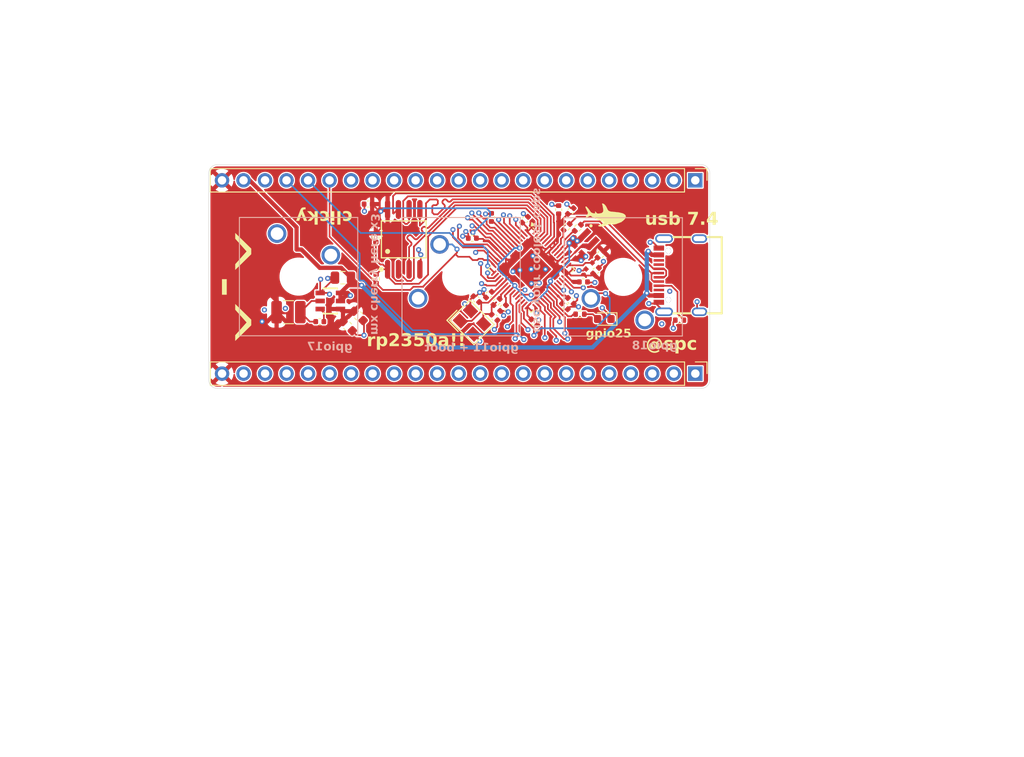
<source format=kicad_pcb>
(kicad_pcb (version 20241229) (generator "pcbnew") (generator_version "9.0")
  (layers (0 "F.Cu" signal) (4 "In1.Cu" signal) (6 "In2.Cu" signal) (2 "B.Cu" signal) (13 "F.Paste" user) (15 "B.Paste" user) (5 "F.SilkS" user "F.Silkscreen") (7 "B.SilkS" user "B.Silkscreen") (1 "F.Mask" user) (3 "B.Mask" user) (25 "Edge.Cuts" user))
  (net 0 "")
  (net 1 "USB_VBUS")
  (net 2 "GND")
  (net 3 "Net-(U1-BST)")
  (net 4 "Net-(U1-SW)")
  (net 5 "+3V3")
  (net 6 "+1V1")
  (net 7 "Net-(U6-VREG_AVDD)")
  (net 8 "XIN")
  (net 9 "Net-(C24-Pad2)")
  (net 10 "Net-(D1-A)")
  (net 11 "GPIO24")
  (net 12 "GPIO11")
  (net 13 "GPIO20")
  (net 14 "GPIO12")
  (net 15 "/VREG_LX")
  (net 16 "Net-(U2-CC1)")
  (net 17 "Net-(U4-~{CS})")
  (net 18 "XOUT")
  (net 19 "D-")
  (net 20 "Net-(U6-USB_DM)")
  (net 21 "D+")
  (net 22 "RUN")
  (net 26 "Net-(U6-USB_DP)")
  (net 27 "IO2")
  (net 28 "IO3")
  (net 29 "IO0")
  (net 30 "IO1")
  (net 31 "Net-(U6-GPIO25)")
  (net 32 "Net-(U4-CLK)")
  (net 33 "Net-(U6-GPIO17)")
  (net 34 "Net-(U6-GPIO18)")
  (net 35 "GPIO29")
  (net 36 "GPIO27")
  (net 37 "GPIO28")
  (net 38 "GPIO26")
  (net 39 "GPIO7")
  (net 40 "GPIO23")
  (net 41 "GPIO8")
  (net 42 "GPIO1")
  (net 43 "GPIO0")
  (net 44 "GPIO3")
  (net 45 "GPIO15")
  (net 46 "GPIO9")
  (net 47 "GPIO4")
  (net 48 "GPIO16")
  (net 49 "GPIO5")
  (net 50 "GPIO6")
  (net 51 "GPIO14")
  (net 52 "GPIO19")
  (net 53 "GPIO21")
  (net 54 "GPIO22")
  (net 55 "GPIO10")
  (net 56 "GPIO13")
  (net 57 "GPIO2")
  (net 58 "SWDIO")
  (net 59 "SWCLK")
  (footprint "easyeda2kicad:TSOT-26_L2.9-W1.6-P0.95-LS2.8-BL" (layer "F.Cu") (at 118.237999 83.421 90)
    (property "Reference" "U1" (hide yes))
    (property "Value" "AP63203WU-7" (hide yes))
  )
  (footprint "Capacitor_SMD:C_0603_1608Metric" (layer "F.Cu") (at 120.28099 86.391991 -45)
    (property "Reference" "C3" (hide yes))
    (property "Value" "22uf" (hide yes))
  )
  (footprint "Capacitor_SMD:C_0402_1005Metric" (layer "F.Cu") (at 142.322 85.937 -45)
    (property "Reference" "C18" (hide yes))
    (property "Value" "100n" (hide yes))
  )
  (footprint "Resistor_SMD:R_0402_1005Metric" (layer "F.Cu") (at 137.863225 83.538711 45)
    (property "Reference" "R5" (hide yes))
    (property "Value" "1k" (hide yes))
  )
  (footprint "Resistor_SMD:R_0402_1005Metric" (layer "F.Cu") (at 123.645977 80.807349 -90)
    (property "Reference" "R4" (hide yes))
    (property "Value" "1k" (hide yes))
  )
  (footprint "Capacitor_SMD:C_0402_1005Metric" (layer "F.Cu") (at 137.251 73.552 90)
    (property "Reference" "C8" (hide yes))
    (property "Value" "100n" (hide yes))
  )
  (footprint "Capacitor_SMD:C_0402_1005Metric" (layer "F.Cu") (at 146.624279 72.797758 45)
    (property "Reference" "C16" (hide yes))
    (property "Value" "100n" (hide yes))
  )
  (footprint "Connector_PinHeader_2.54mm:PinHeader_1x23_P2.54mm_Vertical" (layer "F.Cu") (at 161.327297 69.175444 -90)
    (property "Reference" "J1" (hide yes))
    (property "Value" "Conn_01x23_Pin" (hide yes))
  )
  (footprint "easyeda2kicad:SOIC-8_L5.3-W5.3-P1.27-LS8.0-BL" (layer "F.Cu") (at 126.907856 76.145979)
    (property "Reference" "U4" (hide yes))
    (property "Value" "W25Q64JVSSIQ_C179171" (hide yes))
  )
  (footprint "Capacitor_SMD:C_0805_2012Metric" (layer "F.Cu") (at 119.732999 80.67 180)
    (property "Reference" "C1" (hide yes))
    (property "Value" "10uf" (hide yes))
  )
  (footprint "Capacitor_SMD:C_0402_1005Metric" (layer "F.Cu") (at 148.119 81.171)
    (property "Reference" "C14" (hide yes))
    (property "Value" "100n" (hide yes))
  )
  (footprint "Connector_PinHeader_2.54mm:PinHeader_1x23_P2.54mm_Vertical" (layer "F.Cu") (at 161.331957 91.997315 -90)
    (property "Reference" "J2" (hide yes))
    (property "Value" "Conn_01x23_Pin" (hide yes))
  )
  (footprint "Resistor_SMD:R_0402_1005Metric" (layer "F.Cu") (at 147.460624 74.779376 -135)
    (property "Reference" "R6" (hide yes))
    (property "Value" "27" (hide yes))
  )
  (footprint "Capacitor_SMD:C_0402_1005Metric" (layer "F.Cu") (at 122.699868 71.981243 180)
    (property "Reference" "C15" (hide yes))
    (property "Value" "100n" (hide yes))
  )
  (footprint "Capacitor_SMD:C_0402_1005Metric" (layer "F.Cu") (at 145.195056 72.642969 90)
    (property "Reference" "C22" (hide yes))
    (property "Value" "100n" (hide yes))
  )
  (footprint "Capacitor_SMD:C_0402_1005Metric" (layer "F.Cu") (at 136.958129 82.67604 -135)
    (property "Reference" "C19" (hide yes))
    (property "Value" "100n" (hide yes))
  )
  (footprint "Resistor_SMD:R_0402_1005Metric" (layer "F.Cu") (at 123.610622 75.948644 90)
    (property "Reference" "R3" (hide yes))
    (property "Value" "10k" (hide yes))
  )
  (footprint "easyeda2kicad:USB-C-SMD_G-SWITCH_GT-USB-7010ASV" (layer "F.Cu") (at 159.42423 80.376328 90)
    (property "Reference" "U2" (hide yes))
    (property "Value" "GT-USB-7010ASV" (hide yes))
  )
  (footprint "LOGO" (layer "F.Cu") (at 150.75 73.27)
    (property "Reference" "G***" (hide yes))
    (property "Value" "LOGO" (hide yes))
  )
  (footprint "RP2350_60QFN_minimal:C_0402_1005Metric_small_pads" (layer "F.Cu") (at 148.790387 79.281523 45)
    (property "Reference" "C7" (hide yes))
    (property "Value" "4.7u" (hide yes))
  )
  (footprint "Capacitor_SMD:C_0402_1005Metric" (layer "F.Cu") (at 135.004 76.012 180)
    (property "Reference" "C11" (hide yes))
    (property "Value" "100n" (hide yes))
  )
  (footprint "Capacitor_SMD:C_0402_1005Metric" (layer "F.Cu") (at 146.624279 83.40436 -45)
    (property "Reference" "C10" (hide yes))
    (property "Value" "100n" (hide yes))
  )
  (footprint "Capacitor_SMD:C_0402_1005Metric" (layer "F.Cu") (at 116.994999 85.862 180)
    (property "Reference" "C2" (hide yes))
    (property "Value" "100nf" (hide yes))
  )
  (footprint "Inductor_SMD:L_1210_3225Metric" (layer "F.Cu") (at 113.291999 84.741 180)
    (property "Reference" "L1" (hide yes))
    (property "Value" "3.9uh" (hide yes))
  )
  (footprint "Capacitor_SMD:C_0402_1005Metric" (layer "F.Cu") (at 149.600332 79.849221 45)
    (property "Reference" "C17" (hide yes))
    (property "Value" "100n" (hide yes))
  )
  (footprint "RP2350_60QFN_minimal:C_0402_1005Metric_small_pads" (layer "F.Cu") (at 146.807659 78.004486 -45)
    (property "Reference" "C6" (hide yes))
    (property "Value" "4.7u" (hide yes))
  )
  (footprint "Capacitor_SMD:C_0402_1005Metric" (layer "F.Cu") (at 141.235258 73.824671 45)
    (property "Reference" "C20" (hide yes))
    (property "Value" "100n" (hide yes))
  )
  (footprint "easyeda2kicad:CRYSTAL-SMD_4P-L3.2-W2.5-BL" (layer "F.Cu") (at 134.957017 85.949944 -45)
    (property "Reference" "U5" (hide yes))
    (property "Value" "ABM8-272-T3_C20625731" (hide yes))
  )
  (footprint "Capacitor_SMD:C_0402_1005Metric" (layer "F.Cu") (at 145.931314 84.054899 -45)
    (property "Reference" "C13" (hide yes))
    (property "Value" "100n" (hide yes))
  )
  (footprint "Resistor_SMD:R_0402_1005Metric" (layer "F.Cu") (at 150.143081 77.935896 -135)
    (property "Reference" "R2" (hide yes))
    (property "Value" "33" (hide yes))
  )
  (footprint "Resistor_SMD:R_0402_1005Metric" (layer "F.Cu") (at 159.481265 85.686387)
    (property "Reference" "R1" (hide yes))
    (property "Value" "5.1k" (hide yes))
  )
  (footprint "Capacitor_SMD:C_0402_1005Metric" (layer "F.Cu") (at 138.633972 84.252888 -135)
    (property "Reference" "C9" (hide yes))
    (property "Value" "100n" (hide yes))
  )
  (footprint "Capacitor_SMD:C_0603_1608Metric" (layer "F.Cu") (at 121.565006 85.178008 -45)
    (property "Reference" "C4" (hide yes))
    (property "Value" "22uf" (hide yes))
  )
  (footprint "Package_DFN_QFN:QFN-60-1EP_7x7mm_P0.4mm_EP3.4x3.4mm" (layer "F.Cu") (at 141.956507 79.672445 -45)
    (property "Reference" "U6" (hide yes))
    (property "Value" "RP2350A-QFN60" (hide yes))
  )
  (footprint "LED_SMD:LED_0603_1608Metric" (layer "F.Cu") (at 150.59 85.55 180)
    (property "Reference" "D1" (hide yes))
    (property "Value" "LED" (hide yes))
  )
  (footprint "RP2350_60QFN_minimal:C_0402_1005Metric_small_pads" (layer "F.Cu") (at 147.497088 77.315057 -45)
    (property "Reference" "C5" (hide yes))
    (property "Value" "4.7u" (hide yes))
  )
  (footprint "Resistor_SMD:R_0402_1005Metric" (layer "F.Cu") (at 146.130624 74.689376 45)
    (property "Reference" "R7" (hide yes))
    (property "Value" "27" (hide yes))
  )
  (footprint "Capacitor_SMD:C_0402_1005Metric" (layer "F.Cu") (at 135.466134 83.20637 -45)
    (property "Reference" "C23" (hide yes))
    (property "Value" "15p" (hide yes))
  )
  (footprint "caps:0603-special" (layer "F.Cu") (at 148.726039 76.104488 -45)
    (property "Reference" "L2" (hide yes))
    (property "Value" "3.3u" (hide yes))
  )
  (footprint "Resistor_SMD:R_0402_1005Metric" (layer "F.Cu") (at 147.707938 84.979279)
    (property "Reference" "R9" (hide yes))
    (property "Value" "33" (hide yes))
  )
  (footprint "Capacitor_SMD:C_0402_1005Metric" (layer "F.Cu") (at 137.62281 85.363045 135)
    (property "Reference" "C24" (hide yes))
    (property "Value" "15p" (hide yes))
  )
  (footprint "Button_Switch_Keyboard:SW_Cherry_MX_1.00u_Plate" (layer "B.Cu") (at 155.355528 85.65522)
    (property "Reference" "SW4" (hide yes))
    (property "Value" "SW_Push" (hide yes))
  )
  (footprint "Button_Switch_Keyboard:SW_Cherry_MX_1.00u_Plate" (layer "B.Cu") (at 128.601309 83.091485 -90)
    (property "Reference" "SW1" (hide yes))
    (property "Value" "SW_Push" (hide yes))
  )
  (footprint "Button_Switch_Keyboard:SW_Cherry_MX_1.00u_Plate" (layer "B.Cu") (at 111.94675 75.463 180)
    (property "Reference" "SW3" (hide yes))
    (property "Value" "SW_Push" (hide yes))
  )
  (gr_arc (start 163.043749 92.74) (mid 162.750857 93.447107) (end 162.04375 93.74) (stroke (width 0.05)) (layer "Edge.Cuts"))
  (gr_line (start 163.04375 68.330001) (end 163.043749 92.74) (stroke (width 0.05)) (layer "Edge.Cuts"))
  (gr_line (start 103.88225 92.74) (end 103.88225 68.330001) (stroke (width 0.05)) (layer "Edge.Cuts"))
  (gr_line (start 162.04375 93.74) (end 104.88225 93.739999) (stroke (width 0.05)) (layer "Edge.Cuts"))
  (gr_arc (start 103.88225 68.330001) (mid 104.175143 67.622893) (end 104.88225 67.33) (stroke (width 0.05)) (layer "Edge.Cuts"))
  (gr_arc (start 162.04375 67.33) (mid 162.750857 67.622892) (end 163.04375 68.330001) (stroke (width 0.05)) (layer "Edge.Cuts"))
  (gr_line (start 104.88225 67.33) (end 162.04375 67.33) (stroke (width 0.05)) (layer "Edge.Cuts"))
  (gr_arc (start 104.88225 93.739999) (mid 104.175143 93.447107) (end 103.88225 92.74) (stroke (width 0.05)) (layer "Edge.Cuts"))
  (gr_text "clicky\n" (at 120.85 72.56 180) (layer "F.SilkS") (effects (font (size 1.5 1.5) (thickness 0.3) (bold yes)) (justify left bottom)))
  (gr_text "^-^" (at 102.95 74.64 270) (layer "F.SilkS") (effects (font (size 5 5) (thickness 0.1)) (justify left bottom)))
  (gr_text "@spc\n" (at 155.46 89.44 0) (layer "F.SilkS") (effects (font (size 1.5 1.5) (thickness 0.3) (bold yes)) (justify left bottom)))
  (gr_text "usb 7.4" (at 155.37 74.68 0) (layer "F.SilkS") (effects (font (size 1.5 1.5) (thickness 0.3) (bold yes)) (justify left bottom)))
  (gr_text "rp2350a!!\n" (at 122.52 89.01 0) (layer "F.SilkS") (effects (font (size 1.5 1.5) (thickness 0.3) (bold yes)) (justify left bottom)))
  (gr_text "gpio25\n" (at 148.4 87.88 0) (layer "F.SilkS") (effects (font (size 1 1) (thickness 0.2) (bold yes)) (justify left bottom)))
  (gr_text "mx cherry here x3\n\n" (at 121.2 87.43 270) (layer "B.SilkS") (effects (font (size 1 1) (thickness 0.2) (bold yes)) (justify left bottom mirror)))
  (gr_text "gpio18\n" (at 159.23 89.3 0) (layer "B.SilkS") (effects (font (size 1 1) (thickness 0.2) (bold yes)) (justify left bottom mirror)))
  (gr_text "gpio11 + boot" (at 140.48 89.54 0) (layer "B.SilkS") (effects (font (size 1 1) (thickness 0.2) (bold yes)) (justify left bottom mirror)))
  (gr_text "gpio17" (at 120.86 89.42 0) (layer "B.SilkS") (effects (font (size 1 1) (thickness 0.2) (bold yes)) (justify left bottom mirror)))
  (gr_text "use your coolest caps\n" (at 142.07 87.15 270) (layer "B.SilkS") (effects (font (size 1 1) (thickness 0.2) (bold yes)) (justify left bottom mirror)))
  (segment (start 119.438 82.471) (end 119.437999 83.421) (width 0.5) (layer "F.Cu") (net 1))
  (segment (start 155.883328 82.776328) (end 155.603 82.496) (width 0.5) (layer "F.Cu") (net 1))
  (segment (start 119.438 82.471) (end 120.289 82.471) (width 0.5) (layer "F.Cu") (net 1))
  (segment (start 114.825698 77.345) (end 116.984698 79.504) (width 0.5) (layer "F.Cu") (net 1))
  (segment (start 157.02423 82.776328) (end 155.883328 82.776328) (width 0.5) (layer "F.Cu") (net 1))
  (segment (start 121.93 81.564) (end 121.576998 81.564) (width 0.5) (layer "F.Cu") (net 1))
  (segment (start 114.251 74.723862) (end 114.251 77.345) (width 0.5) (layer "F.Cu") (net 1))
  (segment (start 121.576998 81.564) (end 120.682998 80.67) (width 0.5) (layer "F.Cu") (net 1))
  (segment (start 120.073999 82.785) (end 119.437999 83.421) (width 0.5) (layer "F.Cu") (net 1))
  (segment (start 116.984698 79.504) (end 119.516998 79.504) (width 0.5) (layer "F.Cu") (net 1))
  (segment (start 114.251 77.345) (end 114.825698 77.345) (width 0.5) (layer "F.Cu") (net 1))
  (segment (start 120.345 81.564) (end 119.438 82.471) (width 0.5) (layer "F.Cu") (net 1))
  (segment (start 119.516998 79.504) (end 120.682998 80.67) (width 0.5) (layer "F.Cu") (net 1))
  (segment (start 156.201328 77.976328) (end 155.774 77.549) (width 0.5) (layer "F.Cu") (net 1))
  (segment (start 120.289 82.471) (end 120.603 82.785) (width 0.5) (layer "F.Cu") (net 1))
  (segment (start 120.603 82.785) (end 120.073999 82.785) (width 0.5) (layer "F.Cu") (net 1))
  (segment (start 157.02423 77.976328) (end 156.201328 77.976328) (width 0.5) (layer "F.Cu") (net 1))
  (segment (start 121.93 81.564) (end 120.345 81.564) (width 0.5) (layer "F.Cu") (net 1))
  (segment (start 108.702582 69.175444) (end 114.251 74.723862) (width 0.5) (layer "F.Cu") (net 1))
  (segment (start 107.987297 69.175444) (end 108.702582 69.175444) (width 0.5) (layer "F.Cu") (net 1))
  (via (at 120.603 82.785) (size 0.6) (drill 0.3) (layers "F.Cu" "B.Cu") (net 1))
  (via (at 121.93 81.564) (size 0.6) (drill 0.3) (layers "F.Cu" "B.Cu") (net 1))
  (via (at 155.774 77.549) (size 0.6) (drill 0.3) (layers "F.Cu" "B.Cu") (net 1))
  (via (at 155.603 82.496) (size 0.6) (drill 0.3) (layers "F.Cu" "B.Cu") (net 1))
  (segment (start 155.603 82.496) (end 155.603 77.72) (width 0.5) (layer "B.Cu") (net 1))
  (segment (start 149.192 88.907) (end 131.039 88.907) (width 0.5) (layer "B.Cu") (net 1))
  (segment (start 127.753 87.387) (end 121.93 81.564) (width 0.5) (layer "B.Cu") (net 1))
  (segment (start 131.039 88.907) (end 129.519 87.387) (width 0.5) (layer "B.Cu") (net 1))
  (segment (start 155.603 82.496) (end 149.192 88.907) (width 0.5) (layer "B.Cu") (net 1))
  (segment (start 155.603 77.72) (end 155.774 77.549) (width 0.5) (layer "B.Cu") (net 1))
  (segment (start 129.519 87.387) (end 127.753 87.387) (width 0.5) (layer "B.Cu") (net 1))
  (segment (start 117.037998 82.415002) (end 118.783 80.67) (width 0.2) (layer "F.Cu") (net 2))
  (segment (start 122.212 85.825002) (end 122.113014 85.726016) (width 0.2) (layer "F.Cu") (net 2))
  (segment (start 155.844 83.724) (end 156.671902 83.724) (width 0.2) (layer "F.Cu") (net 2))
  (segment (start 136.009267 82.406) (end 136.618718 83.015451) (width 0.2) (layer "F.Cu") (net 2))
  (segment (start 128.919 77.957) (end 128.919 79.564835) (width 0.2) (layer "F.Cu") (net 2))
  (segment (start 146.96369 72.458347) (end 146.632347 72.458347) (width 0.2) (layer "F.Cu") (net 2))
  (segment (start 118.701 80.752) (end 118.783 80.67) (width 0.5) (layer "F.Cu") (net 2))
  (segment (start 139.128299 84.592299) (end 139.239 84.703) (width 0.2) (layer "F.Cu") (net 2))
  (segment (start 147.54 84.107) (end 147.326919 84.107) (width 0.2) (layer "F.Cu") (net 2))
  (segment (start 135.126723 82.866959) (end 135.419041 82.866959) (width 0.2) (layer "F.Cu") (net 2))
  (segment (start 122.265 72.026375) (end 122.219868 71.981243) (width 0.2) (layer "F.Cu") (net 2))
  (segment (start 156.671902 83.724) (end 157.64423 84.696328) (width 0.2) (layer "F.Cu") (net 2))
  (segment (start 135.885 88.18) (end 135.885 88.080008) (width 0.2) (layer "F.Cu") (net 2))
  (segment (start 148.121464 79.831651) (end 148.354808 79.598306) (width 0.2) (layer "F.Cu") (net 2))
  (segment (start 122.212 87.463) (end 122.212 85.825002) (width 0.2) (layer "F.Cu") (net 2))
  (segment (start 161.538 84.410098) (end 161.82423 84.696328) (width 0.2) (layer "F.Cu") (net 2))
  (segment (start 136.382 82.778733) (end 136.618718 83.015451) (width 0.2) (layer "F.Cu") (net 2))
  (segment (start 156.006 76.495) (end 156.342902 76.495) (width 0.2) (layer "F.Cu") (net 2))
  (segment (start 161.538 83.514) (end 161.538 84.410098) (width 0.2) (layer "F.Cu") (net 2))
  (segment (start 128.919 79.564835) (end 128.807856 79.675979) (width 0.2) (layer "F.Cu") (net 2))
  (segment (start 117.037998 82.471) (end 117.037998 82.415002) (width 0.2) (layer "F.Cu") (net 2))
  (segment (start 150.48 78.751) (end 150.48 78.969553) (width 0.2) (layer "F.Cu") (net 2))
  (segment (start 147.291 82.799) (end 147.396 82.904) (width 0.2) (layer "F.Cu") (net 2))
  (segment (start 141.574669 73.48526) (end 141.40426 73.48526) (width 0.2) (layer "F.Cu") (net 2))
  (segment (start 136.382 82.061) (end 136.382 82.778733) (width 0.2) (layer "F.Cu") (net 2))
  (segment (start 128.659 77.697) (end 128.919 77.957) (width 0.2) (layer "F.Cu") (net 2))
  (segment (start 135.419041 82.866959) (end 135.88 82.406) (width 0.2) (layer "F.Cu") (net 2))
  (segment (start 137.177 73.146) (end 137.251 73.072) (width 0.2) (layer "F.Cu") (net 2))
  (segment (start 134.78024 84.43124) (end 134.101 83.752) (width 0.2) (layer "F.Cu") (net 2))
  (segment (start 136.561 73.146) (end 137.177 73.146) (width 0.2) (layer "F.Cu") (net 2))
  (segment (start 151.3775 85.5425) (end 151.47 85.45) (width 0.2) (layer "F.Cu") (net 2))
  (segment (start 134.78024 84.571086) (end 134.78024 83.213442) (width 0.2) (layer "F.Cu") (net 2))
  (segment (start 147.60386 79.831652) (end 148.121464 79.831651) (width 0.2) (layer "F.Cu") (net 2))
  (segment (start 146.558035 84.107) (end 146.270725 84.39431) (width 0.2) (layer "F.Cu") (net 2))
  (segment (start 134.282 75.77) (end 134.524 76.012) (width 0.2) (layer "F.Cu") (net 2))
  (segment (start 117.037998 80.911002) (end 117.092 80.857) (width 0.2) (layer "F.Cu") (net 2))
  (segment (start 147.54 84.107) (end 146.558035 84.107) (width 0.2) (layer "F.Cu") (net 2))
  (segment (start 121.351999 87.463) (end 120.828998 86.939999) (width 0.2) (layer "F.Cu") (net 2))
  (segment (start 137.962221 85.702456) (end 137.962221 86.426779) (width 0.2) (layer "F.Cu") (net 2))
  (segment (start 150.48 78.969553) (end 149.939743 79.50981) (width 0.2) (layer "F.Cu") (net 2))
  (segment (start 142.661411 86.276411) (end 142.843589 86.276411) (width 0.2) (layer "F.Cu") (net 2))
  (segment (start 122.212 87.463) (end 121.351999 87.463) (width 0.2) (layer "F.Cu") (net 2))
  (segment (start 134.78024 84.571086) (end 134.78024 84.43124) (width 0.2) (layer "F.Cu") (net 2))
  (segment (start 134.524 76.012) (end 134.524 75.507) (width 0.2) (layer "F.Cu") (net 2))
  (segment (start 134.524 75.507) (end 134.236 75.219) (width 0.2) (layer "F.Cu") (net 2))
  (segment (start 147.396 83.311461) (end 146.96369 83.743771) (width 0.2) (layer "F.Cu") (net 2))
  (segment (start 128.659 77.364) (end 128.659 77.697) (width 0.2) (layer "F.Cu") (net 2))
  (segment (start 147.396 82.904) (end 147.396 83.311461) (width 0.2) (layer "F.Cu") (net 2))
  (segment (start 142.661411 85.845589) (end 142.835 85.672) (width 0.2) (layer "F.Cu") (net 2))
  (segment (start 138.294561 84.592299) (end 139.128299 84.592299) (width 0.2) (layer "F.Cu") (net 2))
  (segment (start 122.265 72.829) (end 122.265 72.026375) (width 0.2) (layer "F.Cu") (net 2))
  (segment (start 135.885 88.080008) (end 135.133794 87.328802) (width 0.2) (layer "F.Cu") (net 2))
  (segment (start 155.844 83.724) (end 156.876558 83.724) (width 0.2) (layer "F.Cu") (net 2))
  (segment (start 149.469 81.236) (end 148.664 81.236) (width 0.2) (layer "F.Cu") (net 2))
  (segment (start 117.928 80.752) (end 118.701 80.752) (width 0.5) (layer "F.Cu") (net 2))
  (segment (start 141.40426 73.48526) (end 141.029 73.11) (width 0.2) (layer "F.Cu") (net 2))
  (segment (start 151.3775 85.55) (end 151.3775 85.2625) (width 0.2) (layer "F.Cu") (net 2))
  (segment (start 138.693 84.990738) (end 138.294561 84.592299) (width 0.2) (layer "F.Cu") (net 2))
  (segment (start 151.3775 85.2625) (end 150.347 84.232) (width 0.2) (layer "F.Cu") (net 2))
  (segment (start 117.037998 82.471) (end 117.037998 80.911002) (width 0.2) (layer "F.Cu") (net 2))
  (segment (start 156.342902 76.495) (end 157.02423 77.176328) (width 0.2) (layer "F.Cu") (net 2))
  (segment (start 156.876558 83.724) (end 157.02423 83.576328) (width 0.2) (layer "F.Cu") (net 2))
  (segment (start 158.734 86.635) (end 158.734 85.923653) (width 0.2) (layer "F.Cu") (net 2))
  (segment (start 148.664 81.236) (end 148.599 81.171) (width 0.2) (layer "F.Cu") (net 2))
  (segment (start 117.989 82.471) (end 118.139 82.621) (width 0.2) (layer "F.Cu") (net 2))
  (segment (start 142.661411 86.276411) (end 142.661411 85.845589) (width 0.2) (layer "F.Cu") (net 2))
  (segment (start 146.632347 72.458347) (end 146.16 71.986) (width 0.2) (layer "F.Cu") (net 2))
  (segment (start 138.693 85.148) (end 138.693 84.990738) (width 0.2) (layer "F.Cu") (net 2))
  (segment (start 144.529969 72.162969) (end 144.382 72.015) (width 0.2) (layer "F.Cu") (net 2))
  (segment (start 137.962221 86.426779) (end 137.604 86.785) (width 0.2) (layer "F.Cu") (net 2))
  (segment (start 135.88 82.406) (end 136.009267 82.406) (width 0.2) (layer "F.Cu") (net 2))
  (segment (start 117.037998 82.471) (end 117.989 82.471) (width 0.2) (layer "F.Cu") (net 2))
  (segment (start 158.734 85.923653) (end 158.971266 85.686387) (width 0.2) (layer "F.Cu") (net 2))
  (segment (start 145.195056 72.162969) (end 144.529969 72.162969) (width 0.2) (layer "F.Cu") (net 2))
  (segment (start 151.3775 85.55) (end 151.3775 85.5425) (width 0.2) (layer "F.Cu") (net 2))
  (segment (start 134.78024 83.213442) (end 135.126723 82.866959) (width 0.2) (layer "F.Cu") (net 2))
  (segment (start 147.326919 84.107) (end 146.96369 83.743771) (width 0.2) (layer "F.Cu") (net 2))
  (segment (start 133.87 75.77) (end 134.282 75.77) (width 0.2) (layer "F.Cu") (net 2))
  (via (at 118.139 82.621) (size 0.6) (drill 0.3) (layers "F.Cu" "B.Cu") (net 2))
  (via (at 148.392045 78.171769) (size 0.6) (drill 0.3) (layers "F.Cu" "B.Cu") (net 2))
  (via (at 155.844 83.724) (size 0.6) (drill 0.3) (layers "F.Cu" "B.Cu") (net 2))
  (via (at 141.985 81.359) (size 0.6) (drill 0.3) (layers "F.Cu" "B.Cu") (net 2))
  (via (at 110.452 84.476) (size 0.6) (drill 0.3) (layers "F.Cu" "B.Cu") (net 2))
  (via (at 136.561 73.146) (size 0.6) (drill 0.3) (layers "F.Cu" "B.Cu") (net 2))
  (via (at 139.239 84.703) (size 0.6) (drill 0.3) (layers "F.Cu" "B.Cu") (net 2))
  (via (at 141.956507 79.672445) (size 0.6) (drill 0.3) (layers "F.Cu" "B.Cu") (net 2))
  (via (at 158.734 86.635) (size 0.6) (drill 0.3) (layers "F.Cu" "B.Cu") (net 2))
  (via (at 140.614 79.781) (size 0.6) (drill 0.3) (layers "F.Cu" "B.Cu") (net 2))
  (via (at 161.538 83.514) (size 0.6) (drill 0.3) (layers "F.Cu" "B.Cu") (net 2))
  (via (at 135.88 82.406) (size 0.6) (drill 0.3) (layers "F.Cu" "B.Cu") (net 2))
  (via (at 117.928 80.752) (size 0.6) (drill 0.3) (layers "F.Cu" "B.Cu") (net 2))
  (via (at 135.885 88.18) (size 0.6) (drill 0.3) (layers "F.Cu" "B.Cu") (net 2))
  (via (at 142.912 81.303) (size 0.6) (drill 0.3) (layers "F.Cu" "B.Cu") (net 2))
  (via (at 138.693 85.148) (size 0.6) (drill 0.3) (layers "F.Cu" "B.Cu") (net 2))
  (via (at 147.846607 78.647039) (size 0.6) (drill 0.3) (layers "F.Cu" "B.Cu") (net 2))
  (via (at 146.16 71.986) (size 0.6) (drill 0.3) (layers "F.Cu" "B.Cu") (net 2))
  (via (at 128.919 77.957) (size 0.6) (drill 0.3) (layers "F.Cu" "B.Cu") (net 2))
  (via (at 136.382 82.061) (size 0.6) (drill 0.3) (layers "F.Cu" "B.Cu") (net 2))
  (via (at 137.604 86.785) (size 0.6) (drill 0.3) (layers "F.Cu" "B.Cu") (net 2))
  (via (at 128.659 77.364) (size 0.6) (drill 0.3) (layers "F.Cu" "B.Cu") (net 2))
  (via (at 142.835 85.672) (size 0.6) (drill 0.3) (layers "F.Cu" "B.Cu") (net 2))
  (via (at 141.956507 79.672445) (size 0.6) (drill 0.3) (layers "F.Cu" "B.Cu") (net 2))
  (via (at 134.236 75.219) (size 0.6) (drill 0.3) (layers "F.Cu" "B.Cu") (net 2))
  (via (at 142.152977 78.113104) (size 0.6) (drill 0.3) (layers "F.Cu" "B.Cu") (net 2))
  (via (at 141.956507 79.672445) (size 0.6) (drill 0.3) (layers "F.Cu" "B.Cu") (net 2))
  (via (at 147.54 84.107) (size 0.6) (drill 0.3) (layers "F.Cu" "B.Cu") (net 2))
  (via (at 117.092 80.857) (size 0.6) (drill 0.3) (layers "F.Cu" "B.Cu") (net 2))
  (via (at 150.48 78.751) (size 0.6) (drill 0.3) (layers "F.Cu" "B.Cu") (net 2))
  (via (at 134.101 83.752) (size 0.6) (drill 0.3) (layers "F.Cu" "B.Cu") (net 2))
  (via (at 144.382 72.015) (size 0.6) (drill 0.3) (layers "F.Cu" "B.Cu") (net 2))
  (via (at 122.265 72.829) (size 0.6) (drill 0.3) (layers "F.Cu" "B.Cu") (net 2))
  (via (at 143.640034 79.677747) (size 0.6) (drill 0.3) (layers "F.Cu" "B.Cu") (net 2))
  (via (at 157.372 86.124) (size 0.6) (drill 0.3) (layers "F.Cu" "B.Cu") (net 2))
  (via (at 141.029 73.11) (size 0.6) (drill 0.3) (layers "F.Cu" "B.Cu") (net 2))
  (via (at 149.469 81.236) (size 0.6) (drill 0.3) (layers "F.Cu" "B.Cu") (net 2))
  (via (at 139.803 79.942) (size 0.6) (drill 0.3) (layers "F.Cu" "B.Cu") (net 2))
  (via (at 150.347 84.232) (size 0.6) (drill 0.3) (layers "F.Cu" "B.Cu") (net 2))
  (via (at 147.291 82.799) (size 0.6) (drill 0.3) (layers "F.Cu" "B.Cu") (net 2))
  (via (at 156.006 76.495) (size 0.6) (drill 0.3) (layers "F.Cu" "B.Cu") (net 2))
  (via (at 133.87 75.77) (size 0.6) (drill 0.3) (layers "F.Cu" "B.Cu") (net 2))
  (via (at 141.956507 79.672445) (size 0.6) (drill 0.3) (layers "F.Cu" "B.Cu") (net 2))
  (via (at 112.927998 84.298) (size 0.6) (drill 0.3) (layers "F.Cu" "B.Cu") (net 2))
  (via (at 141.956507 79.672445) (size 0.6) (drill 0.3) (layers "F.Cu" "B.Cu") (net 2))
  (via (at 141.956507 79.672445) (size 0.6) (drill 0.3) (layers "F.Cu" "B.Cu") (net 2))
  (via (at 158.311887 82.274597) (size 0.6) (drill 0.3) (layers "F.Cu" "B.Cu") (net 2))
  (via (at 141.956507 79.672445) (size 0.6) (drill 0.3) (layers "F.Cu" "B.Cu") (net 2))
  (via (at 122.212 87.463) (size 0.6) (drill 0.3) (layers "F.Cu" "B.Cu") (net 2))
  (via (at 147.60386 79.831652) (size 0.6) (drill 0.3) (layers "F.Cu" "B.Cu") (net 2))
  (segment (start 117.474999 84.808001) (end 117.037998 84.371) (width 0.2) (layer "F.Cu") (net 3))
  (segment (start 117.474999 85.862) (end 117.474999 84.808001) (width 0.2) (layer "F.Cu") (net 3))
  (segment (start 116.011998 83.421) (end 117.037999 83.421) (width 0.2) (layer "F.Cu") (net 4))
  (segment (start 114.691998 84.741) (end 115.812998 85.862) (width 0.2) (layer "F.Cu") (net 4))
  (segment (start 115.812998 85.862) (end 116.514999 85.862) (width 0.2) (layer "F.Cu") (net 4))
  (segment (start 114.691998 84.741) (end 116.011998 83.421) (width 0.2) (layer "F.Cu") (net 4))
  (segment (start 144.094046 77.851601) (end 144.094046 77.534906) (width 0.2) (layer "F.Cu") (net 5))
  (segment (start 144.683358 76.945593) (end 144.683358 76.382987) (width 0.2) (layer "F.Cu") (net 5))
  (segment (start 143.288 82.30075) (end 142.039875 83.548875) (width 0.2) (layer "F.Cu") (net 5))
  (segment (start 144.681693 76.382987) (end 144.11389 76.95079) (width 0.2) (layer "F.Cu") (net 5))
  (segment (start 145.062464 76.003627) (end 145.067458 75.998634) (width 0.2) (layer "F.Cu") (net 5))
  (segment (start 137.962221 81.954791) (end 137.580383 82.336628) (width 0.2) (layer "F.Cu") (net 5))
  (segment (start 145.067458 74.354579) (end 145.067458 75.293776) (width 0.2) (layer "F.Cu") (net 5))
  (segment (start 119.732982 84.665982) (end 119.438 84.371) (width 0.5) (layer "F.Cu") (net 5))
  (segment (start 143.288 81.849) (end 143.288 82.30075) (width 0.2) (layer "F.Cu") (net 5))
  (segment (start 143.811204 77.252063) (end 143.495923 77.252063) (width 0.2) (layer "F.Cu") (net 5))
  (segment (start 110.233853 73.962) (end 112.568485 73.962) (width 0.5) (layer "F.Cu") (net 5))
  (segment (start 144.094046 77.534906) (end 144.396025 77.232927) (width 0.2) (layer "F.Cu") (net 5))
  (segment (start 113.44775 78.045052) (end 110.372 81.120802) (width 0.5) (layer "F.Cu") (net 5))
  (segment (start 110.372 81.120802) (end 110.372 81.847) (width 0.5) (layer "F.Cu") (net 5))
  (segment (start 119.697 84.63) (end 119.438 84.371) (width 0.5) (layer "F.Cu") (net 5))
  (segment (start 110.372 81.847) (end 111.892 83.367) (width 0.5) (layer "F.Cu") (net 5))
  (segment (start 141.496888 85.111888) (end 141.982589 85.597589) (width 0.2) (layer "F.Cu") (net 5))
  (segment (start 119.606999 84.539998) (end 119.438 84.371) (width 0.2) (layer "F.Cu") (net 5))
  (segment (start 124.997856 74.051409) (end 124.997856 72.615978) (width 0.2) (layer "F.Cu") (net 5))
  (segment (start 146.443499 77.640326) (end 146.251367 77.640326) (width 0.2) (layer "F.Cu") (net 5))
  (segment (start 124.997856 72.615978) (end 124.779114 72.834721) (width 0.2) (layer "F.Cu") (net 5))
  (segment (start 110.181 85.849) (end 110.784 85.849) (width 0.5) (layer "F.Cu") (net 5))
  (segment (start 140.010205 78.521) (end 141.362 77.169205) (width 0.2) (layer "F.Cu") (net 5))
  (segment (start 144.396026 77.232925) (end 144.683358 76.945593) (width 0.2) (layer "F.Cu") (net 5))
  (segment (start 142.05143 75.80757) (end 141.496888 75.253028) (width 0.2) (layer "F.Cu") (net 5))
  (segment (start 113.44775 74.841265) (end 113.44775 78.045052) (width 0.5) (layer "F.Cu") (net 5))
  (segment (start 144.71 80.24) (end 145.466177 79.483823) (width 0.2) (layer "F.Cu") (net 5))
  (segment (start 135.07 75.598) (end 135.07 75.34) (width 0.2) (layer "F.Cu") (net 5))
  (segment (start 141.362 76.497) (end 142.05143 75.80757) (width 0.2) (layer "F.Cu") (net 5))
  (segment (start 138.97044 78.88156) (end 138.97044 78.521) (width 0.2) (layer "F.Cu") (net 5))
  (segment (start 138.66846 78.081455) (end 138.66846 78.06846) (width 0.2) (layer "F.Cu") (net 5))
  (segment (start 138.333627 81.598267) (end 138.330798 81.598268) (width 0.2) (layer "F.Cu") (net 5))
  (segment (start 136.262612 76.091) (end 135.563 76.091) (width 0.2) (layer "F.Cu") (net 5))
  (segment (start 119.732982 85.843983) (end 119.143653 85.843983) (width 0.5) (layer "F.Cu") (net 5))
  (segment (start 146.037677 80.055323) (end 146.114418 80.132064) (width 0.2) (layer "F.Cu") (net 5))
  (segment (start 147.639 81.171) (end 146.849175 81.171) (width 0.2) (layer "F.Cu") (net 5))
  (segment (start 145.079 79.096646) (end 145.466177 79.483823) (width 0.2) (layer "F.Cu") (net 5))
  (segment (start 123.179868 71.981243) (end 124.033346 72.834721) (width 0.2) (layer "F.Cu") (net 5))
  (segment (start 144.396026 77.232925) (end 144.675025 76.953927) (width 0.2) (layer "F.Cu") (net 5))
  (segment (start 146.284868 73.137169) (end 147.078242 73.137169) (width 0.2) (layer "F.Cu") (net 5))
  (segment (start 136.448611 76.277) (end 136.262612 76.091) (width 0.2) (layer "F.Cu") (net 5))
  (segment (start 146.093082 80.110728) (end 146.037677 80.055323) (width 0.2) (layer "F.Cu") (net 5))
  (segment (start 145.591902 83.30784) (end 145.591903 83.715487) (width 0.2) (layer "F.Cu") (net 5))
  (segment (start 143.6 80.956434) (end 144.316434 80.24) (width 0.2) (layer "F.Cu") (net 5))
  (segment (start 142.039875 83.548875) (end 141.496888 84.091862) (width 0.2) (layer "F.Cu") (net 5))
  (segment (start 119.143653 85.843983) (end 117.685636 87.302) (width 0.5) (layer "F.Cu") (net 5))
  (segment (start 144.396025 82.111963) (end 144.094046 81.809984) (width 0.2) (layer "F.Cu") (net 5))
  (segment (start 144.908722 78.666277) (end 144.094046 77.851601) (width 0.2) (layer "F.Cu") (net 5))
  (segment (start 138.597 80.11611) (end 138.597 79.255) (width 0.2) (layer "F.Cu") (net 5))
  (segment (start 143.6 81.809984) (end 143.327016 81.809984) (width 0.2) (layer "F.Cu") (net 5))
  (segment (start 146.093082 80.414907) (end 146.093082 80.110728) (width 0.2) (layer "F.Cu") (net 5))
  (segment (start 146.114418 80.132064) (end 146.375924 80.132064) (width 0.2) (layer "F.Cu") (net 5))
  (segment (start 145.591903 83.715487) (end 145.648472 83.658918) (width 0.2) (layer "F.Cu") (net 5))
  (segment (start 124.779114 72.834721) (end 124.193985 72.834721) (width 0.2) (layer "F.Cu") (net 5))
  (segment (start 112.568485 73.962) (end 113.44775 74.841265) (width 0.5) (layer "F.Cu") (net 5))
  (segment (start 144.113183 76.950084) (end 143.811204 77.252063) (width 0.2) (layer "F.Cu") (net 5))
  (segment (start 146.375924 80.132062) (end 146.658767 80.414905) (width 0.2) (layer "F.Cu") (net 5))
  (segment (start 147.775411 72.44) (end 148.7 72.44) (width 0.2) (layer "F.Cu") (net 5))
  (segment (start 144.396025 82.111961) (end 145.591902 83.30784) (width 0.2) (layer "F.Cu") (net 5))
  (segment (start 135.484 76.012) (end 135.07 75.598) (width 0.2) (layer "F.Cu") (net 5))
  (segment (start 146.658767 80.414905) (end 149.034647 80.414905) (width 0.2) (layer "F.Cu") (net 5))
  (segment (start 144.683358 76.382987) (end 145.062464 76.003879) (width 0.2) (layer "F.Cu") (net 5))
  (segment (start 110.784 85.849) (end 111.892 84.741) (width 0.5) (layer "F.Cu") (net 5))
  (segment (start 145.079 78.666277) (end 145.079 79.096646) (width 0.2) (layer "F.Cu") (net 5))
  (segment (start 144.683358 76.382987) (end 144.681693 76.382987) (width 0.2) (layer "F.Cu") (net 5))
  (segment (start 143.327016 81.809984) (end 143.288 81.849) (width 0.2) (layer "F.Cu") (net 5))
  (segment (start 139.005895 80.525005) (end 138.597 80.11611) (width 0.2) (layer "F.Cu") (net 5))
  (segment (start 146.432493 80.754316) (end 146.093082 80.414906) (width 0.2) (layer "F.Cu") (net 5))
  (segment (start 145.067458 75.998634) (end 145.067458 75.293776) (width 0.2) (layer "F.Cu") (net 5))
  (segment (start 140.895847 74.164082) (end 141.496889 74.765123) (width 0.2) (layer "F.Cu") (net 5))
  (segment (start 105.447297 69.175444) (end 110.233853 73.962) (width 0.5) (layer "F.Cu") (net 5))
  (segment (start 145.527396 78.364297) (end 145.225416 78.666277) (width 0.2) (layer "F.Cu") (net 5))
  (segment (start 144.396025 77.232927) (end 144.113183 76.950084) (width 0.2) (layer "F.Cu") (net 5))
  (segment (start 136.877 76.277) (end 136.448611 76.277) (width 0.2) (layer "F.Cu") (net 5))
  (segment (start 138.66846 81.263433) (end 137.977103 81.954791) (width 0.2) (layer "F.Cu") (net 5))
  (segment (start 139.005895 80.926) (end 139.005895 80.525005) (width 0.2) (layer "F.Cu") (net 5))
  (segment (start 138.66846 78.012159) (end 138.66846 78.081455) (width 0.2) (layer "F.Cu") (net 5))
  (segment (start 138.66846 81.263433) (end 138.333627 81.598267) (width 0.2) (layer "F.Cu") (net 5))
  (segment (start 144.316434 80.24) (end 144.71 80.24) (width 0.2) (layer "F.Cu") (net 5))
  (segment (start 149.034647 80.414905) (end 149.26092 80.188632) (width 0.2) (layer "F.Cu") (net 5))
  (segment (start 138.597 79.255) (end 138.97044 78.88156) (width 0.2) (layer "F.Cu") (net 5))
  (segment (start 143.6 81.809984) (end 143.6 80.956434) (width 0.2) (layer "F.Cu") (net 5))
  (segment (start 143.495923 77.252063) (end 142.05143 75.80757) (width 0.2) (layer "F.Cu") (net 5))
  (segment (start 147.078242 73.137169) (end 147.775411 72.44) (width 0.2) (layer "F.Cu") (net 5))
  (segment (start 141.496888 84.091862) (end 141.496888 85.111888) (width 0.2) (layer "F.Cu") (net 5))
  (segment (start 119.732982 85.843983) (end 119.732982 84.665982) (width 0.5) (layer "F.Cu") (net 5))
  (segment (start 138.66846 78.06846) (end 136.877 76.277) (width 0.2) (layer "F.Cu") (net 5))
  (segment (start 145.466177 79.483823) (end 146.037677 80.055323) (width 0.2) (layer "F.Cu") (net 5))
  (segment (start 138.97044 78.521) (end 140.010205 78.521) (width 0.2) (layer "F.Cu") (net 5))
  (segment (start 145.225416 78.666277) (end 145.079 78.666277) (width 0.2) (layer "F.Cu") (net 5))
  (segment (start 146.093082 80.414907) (end 146.375924 80.132064) (width 0.2) (layer "F.Cu") (net 5))
  (segment (start 141.496889 74.765123) (end 141.496889 75.253027) (width 0.2) (layer "F.Cu") (net 5))
  (segment (start 145.062464 76.003879) (end 145.062464 76.003627) (width 0.2) (layer "F.Cu") (net 5))
  (segment (start 117.685636 87.302) (end 114.453 87.302) (width 0.5) (layer "F.Cu") (net 5))
  (segment (start 114.453 87.302) (end 111.892 84.741) (width 0.5) (layer "F.Cu") (net 5))
  (segment (start 124.033346 72.834721) (end 124.193985 72.834721) (width 0.2) (layer "F.Cu") (net 5))
  (segment (start 141.362 77.169205) (end 141.362 76.497) (width 0.2) (layer "F.Cu") (net 5))
  (segment (start 138.97044 78.521) (end 138.97044 78.383435) (width 0.2) (layer "F.Cu") (net 5))
  (segment (start 137.580383 82.336628) (end 137.29754 82.336628) (width 0.2) (layer "F.Cu") (net 5))
  (segment (start 111.892 83.367) (end 111.892 84.741) (width 0.5) (layer "F.Cu") (net 5))
  (segment (start 138.97044 78.383435) (end 138.66846 78.081455) (width 0.2) (layer "F.Cu") (net 5))
  (segment (start 145.079 78.666277) (end 144.908722 78.666277) (width 0.2) (layer "F.Cu") (net 5))
  (segment (start 137.977103 81.954791) (end 137.962221 81.954791) (width 0.2) (layer "F.Cu") (net 5))
  (segment (start 121.016998 84.63) (end 119.697 84.63) (width 0.5) (layer "F.Cu") (net 5))
  (segment (start 144.094046 81.809984) (end 143.6 81.809984) (width 0.2) (layer "F.Cu") (net 5))
  (segment (start 139.005895 80.926) (end 138.66846 81.263435) (width 0.2) (layer "F.Cu") (net 5))
  (segment (start 146.849175 81.171) (end 146.093082 80.414907) (width 0.2) (layer "F.Cu") (net 5))
  (segment (start 123.610622 75.438645) (end 124.997856 74.051409) (width 0.2) (layer "F.Cu") (net 5))
  (segment (start 145.195056 74.22698) (end 145.195056 73.122968) (width 0.2) (layer "F.Cu") (net 5))
  (segment (start 119.402999 84.406001) (end 119.438 84.371) (width 0.2) (layer "F.Cu") (net 5))
  (segment (start 145.067458 74.354579) (end 145.195056 74.22698) (width 0.2) (layer "F.Cu") (net 5))
  (segment (start 135.563 76.091) (end 135.484 76.012) (width 0.2) (layer "F.Cu") (net 5))
  (segment (start 146.284868 73.137169) (end 145.067458 74.354579) (width 0.2) (layer "F.Cu") (net 5))
  (via (at 110.181 85.849) (size 0.6) (drill 0.3) (layers "F.Cu" "B.Cu") (net 5))
  (via (at 124.193985 72.834721) (size 0.6) (drill 0.3) (layers "F.Cu" "B.Cu") (net 5))
  (via (at 135.07 75.34) (size 0.6) (drill 0.3) (layers "F.Cu" "B.Cu") (net 5))
  (segment (start 136.666738 72.472506) (end 124.5562 72.472506) (width 0.2) (layer "B.Cu") (net 5))
  (segment (start 137.112 73.374232) (end 137.112 72.917768) (width 0.2) (layer "B.Cu") (net 5))
  (segment (start 135.146232 75.34) (end 137.112 73.374232) (width 0.2) (layer "B.Cu") (net 5))
  (segment (start 124.5562 72.472506) (end 124.193985 72.834721) (width 0.2) (layer "B.Cu") (net 5))
  (segment (start 137.112 72.917768) (end 136.666738 72.472506) (width 0.2) (layer "B.Cu") (net 5))
  (segment (start 135.07 75.34) (end 135.146232 75.34) (width 0.2) (layer "B.Cu") (net 5))
  (segment (start 145.906942 77.419066) (end 145.906943 77.349567) (width 0.2) (layer "F.Cu") (net 6))
  (segment (start 144.236959 81.098707) (end 144.177944 81.157722) (width 0.2) (layer "F.Cu") (net 6))
  (segment (start 137.251 74.032) (end 137.447434 74.032) (width 0.2) (layer "F.Cu") (net 6))
  (segment (start 140.017917 81.611034) (end 140.018868 81.611034) (width 0.2) (layer "F.Cu") (net 6))
  (segment (start 138.846104 82.782847) (end 139.51699 82.111961) (width 0.2) (layer "F.Cu") (net 6))
  (segment (start 140.082674 76.650624) (end 140.082673 76.66724) (width 0.2) (layer "F.Cu") (net 6))
  (segment (start 137.447434 74.032) (end 139.233439 75.818005) (width 0.2) (layer "F.Cu") (net 6))
  (segment (start 138.846104 82.909386) (end 138.846104 82.782847) (width 0.2) (layer "F.Cu") (net 6))
  (segment (start 139.233439 75.818005) (end 140.082673 76.66724) (width 0.2) (layer "F.Cu") (net 6))
  (segment (start 145.906943 77.33347) (end 146.129304 77.111109) (width 0.2) (layer "F.Cu") (net 6))
  (segment (start 139.51699 82.111961) (end 140.017917 81.611034) (width 0.2) (layer "F.Cu") (net 6))
  (segment (start 145.996898 82.776978) (end 146.284868 83.064948) (width 0.2) (layer "F.Cu") (net 6))
  (segment (start 138.973383 83.036663) (end 138.846104 82.909386) (width 0.2) (layer "F.Cu") (net 6))
  (segment (start 140.583614 77.168359) (end 140.583614 77.168181) (width 0.2) (layer "F.Cu") (net 6))
  (segment (start 145.244554 78.081455) (end 145.906942 77.419066) (width 0.2) (layer "F.Cu") (net 6))
  (segment (start 144.177944 81.328195) (end 145.626728 82.776979) (width 0.2) (layer "F.Cu") (net 6))
  (segment (start 145.626728 82.776979) (end 145.996898 82.776978) (width 0.2) (layer "F.Cu") (net 6))
  (segment (start 145.906943 77.349567) (end 145.906943 77.33347) (width 0.2) (layer "F.Cu") (net 6))
  (segment (start 140.583612 77.168361) (end 140.583614 77.168359) (width 0.2) (layer "F.Cu") (net 6))
  (segment (start 138.973383 83.913476) (end 138.973383 83.036663) (width 0.2) (layer "F.Cu") (net 6))
  (segment (start 140.583614 77.168181) (end 140.082673 76.66724) (width 0.2) (layer "F.Cu") (net 6))
  (segment (start 144.177944 81.157722) (end 144.177944 81.328195) (width 0.2) (layer "F.Cu") (net 6))
  (via (at 140.018868 81.611034) (size 0.6) (drill 0.3) (layers "F.Cu" "B.Cu") (net 6))
  (via (at 146.447502 76.580779) (size 0.6) (drill 0.3) (layers "F.Cu" "B.Cu") (net 6))
  (via (at 147.387087 76.334901) (size 0.6) (drill 0.3) (layers "F.Cu" "B.Cu") (net 6))
  (via (at 144.236959 81.098707) (size 0.6) (drill 0.3) (layers "F.Cu" "B.Cu") (net 6))
  (via (at 146.871766 76.015094) (size 0.6) (drill 0.3) (layers "F.Cu" "B.Cu") (net 6))
  (via (at 140.583612 77.168361) (size 0.6) (drill 0.3) (layers "F.Cu" "B.Cu") (net 6))
  (segment (start 140.514014 77.098579) (end 140.55821 77.142773) (width 0.2) (layer "B.Cu") (net 6))
  (segment (start 144.196546 80.980454) (end 144.196545 81.353326) (width 0.2) (layer "B.Cu") (net 6))
  (segment (start 146.447502 76.580779) (end 146.447502 78.729498) (width 0.2) (layer "B.Cu") (net 6))
  (segment (start 143.85722 81.692651) (end 143.85722 82.18678) (width 0.2) (layer "B.Cu") (net 6))
  (segment (start 140.583432 77.168181) (end 139.981819 77.168181) (width 0.2) (layer "B.Cu") (net 6))
  (segment (start 144.196545 81.353326) (end 143.85722 81.692651) (width 0.2) (layer "B.Cu") (net 6))
  (segment (start 140.018868 81.705868) (end 140.018868 81.611034) (width 0.2) (layer "B.Cu") (net 6))
  (segment (start 143.85722 82.18678) (end 142.691 83.353) (width 0.2) (layer "B.Cu") (net 6))
  (segment (start 141.666 83.353) (end 140.018868 81.705868) (width 0.2) (layer "B.Cu") (net 6))
  (segment (start 142.691 83.353) (end 141.666 83.353) (width 0.2) (layer "B.Cu") (net 6))
  (segment (start 138.099 79.051) (end 138.099 79.691166) (width 0.2) (layer "B.Cu") (net 6))
  (segment (start 139.939378 81.692651) (end 139.939378 81.689573) (width 0.2) (layer "B.Cu") (net 6))
  (segment (start 140.583612 77.168361) (end 140.583432 77.168181) (width 0.2) (layer "B.Cu") (net 6))
  (segment (start 146.447502 78.729498) (end 144.196546 80.980454) (width 0.2) (layer "B.Cu") (net 6))
  (segment (start 139.981819 77.168181) (end 138.099 79.051) (width 0.2) (layer "B.Cu") (net 6))
  (segment (start 138.099 79.691166) (end 140.018868 81.611034) (width 0.2) (layer "B.Cu") (net 6))
  (segment (start 140.505771 77.098579) (end 140.514014 77.098579) (width 0.2) (layer "B.Cu") (net 6))
  (segment (start 139.939378 81.689573) (end 139.992524 81.636426) (width 0.2) (layer "B.Cu") (net 6))
  (segment (start 148.058637 79.212826) (end 148.354102 78.917361) (width 0.2) (layer "F.Cu") (net 7))
  (segment (start 148.354102 78.917361) (end 149.154547 78.917363) (width 0.2) (layer "F.Cu") (net 7))
  (segment (start 146.375925 79.212824) (end 148.058637 79.212826) (width 0.2) (layer "F.Cu") (net 7))
  (segment (start 149.154547 78.917363) (end 149.775386 78.29652) (width 0.2) (layer "F.Cu") (net 7))
  (segment (start 136.054447 83.794683) (end 135.805545 83.545781) (width 0.2) (layer "F.Cu") (net 8))
  (segment (start 134.923075 85.773167) (end 136.054446 84.641796) (width 0.2) (layer "F.Cu") (net 8))
  (segment (start 135.883697 83.623933) (end 136.873647 83.623933) (width 0.2) (layer "F.Cu") (net 8))
  (segment (start 136.054446 84.641796) (end 136.054447 83.794683) (width 0.2) (layer "F.Cu") (net 8))
  (segment (start 138.951303 81.546277) (end 136.873647 83.623933) (width 0.2) (layer "F.Cu") (net 8))
  (segment (start 133.578159 85.773167) (end 134.923075 85.773167) (width 0.2) (layer "F.Cu") (net 8))
  (segment (start 135.805545 83.545781) (end 135.883697 83.623933) (width 0.2) (layer "F.Cu") (net 8))
  (segment (start 136.30052 84.959995) (end 136.30052 86.091365) (width 0.2) (layer "F.Cu") (net 9))
  (segment (start 137.283398 84.118537) (end 137.820799 83.581136) (width 0.2) (layer "F.Cu") (net 9))
  (segment (start 137.283398 85.023633) (end 137.283398 84.118537) (width 0.2) (layer "F.Cu") (net 9))
  (segment (start 137.219759 84.959995) (end 136.30052 84.959995) (width 0.2) (layer "F.Cu") (net 9))
  (segment (start 136.30052 86.091365) (end 136.335875 86.126721) (width 0.2) (layer "F.Cu") (net 9))
  (segment (start 137.283398 85.023633) (end 137.219759 84.959995) (width 0.2) (layer "F.Cu") (net 9))
  (segment (start 149.231779 84.979279) (end 149.8025 85.55) (width 0.2) (layer "F.Cu") (net 10))
  (segment (start 148.217937 84.979279) (end 149.231779 84.979279) (width 0.2) (layer "F.Cu") (net 10))
  (segment (start 145.93 85.343346) (end 145.93 87.237) (width 0.2) (layer "F.Cu") (net 11))
  (segment (start 143.83034 82.677649) (end 144.132319 82.979628) (width 0.2) (layer "F.Cu") (net 11))
  (segment (start 144.136628 82.979628) (end 144.627956 83.470956) (width 0.2) (layer "F.Cu") (net 11))
  (segment (start 144.627955 84.041301) (end 145.93 85.343346) (width 0.2) (layer "F.Cu") (net 11))
  (segment (start 144.132319 82.979628) (end 144.136628 82.979628) (width 0.2) (layer "F.Cu") (net 11))
  (segment (start 144.627956 83.470956) (end 144.627955 84.041301) (width 0.2) (layer "F.Cu") (net 11))
  (via (at 145.93 87.237) (size 0.6) (drill 0.3) (layers "F.Cu" "B.Cu") (net 11))
  (segment (start 136.214232 78.439) (end 135.757768 78.439) (width 0.2) (layer "F.Cu") (net 12))
  (segment (start 136.983562 78.59) (end 136.365232 78.59) (width 0.2) (layer "F.Cu") (net 12))
  (segment (start 133.325092 78.200485) (end 133.015142 77.890535) (width 0.2) (layer "F.Cu") (net 12))
  (segment (start 135.757768 78.439) (end 135.606768 78.59) (width 0.2) (layer "F.Cu") (net 12))
  (segment (start 129.214443 81.691234) (end 133.015142 77.890535) (width 0.2) (layer "F.Cu") (net 12))
  (segment (start 135.606768 78.59) (end 135.04464 78.59) (width 0.2) (layer "F.Cu") (net 12))
  (segment (start 136.365232 78.59) (end 136.214232 78.439) (width 0.2) (layer "F.Cu") (net 12))
  (segment (start 123.645977 81.317348) (end 118.147297 75.818668) (width 0.2) (layer "F.Cu") (net 12))
  (segment (start 118.147297 75.818668) (end 118.147297 69.175444) (width 0.2) (layer "F.Cu") (net 12))
  (segment (start 133.191919 77.713758) (end 133.191919 77.307172) (width 0.2) (layer "F.Cu") (net 12))
  (segment (start 133.015142 77.890535) (end 133.191919 77.713758) (width 0.2) (layer "F.Cu") (net 12))
  (segment (start 130.41387 76.741485) (end 131.141309 76.741486) (width 0.2) (layer "F.Cu") (net 12))
  (segment (start 128.041707 81.740486) (end 129.210662 81.740486) (width 0.2) (layer "F.Cu") (net 12))
  (segment (start 123.645975 81.317349) (end 124.444125 82.115498) (width 0.2) (layer "F.Cu") (net 12))
  (segment (start 137.537091 79.212825) (end 137.537091 79.143529) (width 0.2) (layer "F.Cu") (net 12))
  (segment (start 134.655125 78.200485) (end 133.325092 78.200485) (width 0.2) (layer "F.Cu") (net 12))
  (segment (start 127.666695 82.115498) (end 128.041707 81.740486) (width 0.2) (layer "F.Cu") (net 12))
  (segment (start 129.214443 81.744267) (end 129.214443 81.691234) (width 0.2) (layer "F.Cu") (net 12))
  (segment (start 137.537091 79.143529) (end 136.983562 78.59) (width 0.2) (layer "F.Cu") (net 12))
  (segment (start 129.210662 81.740486) (end 129.214443 81.744267) (width 0.2) (layer "F.Cu") (net 12))
  (segment (start 124.444125 82.115498) (end 127.666695 82.115498) (width 0.2) (layer "F.Cu") (net 12))
  (segment (start 135.04464 78.59) (end 134.655125 78.200485) (width 0.2) (layer "F.Cu") (net 12))
  (via (at 133.191919 77.307172) (size 0.6) (drill 0.3) (layers "F.Cu" "B.Cu") (net 12))
  (segment (start 133.191919 77.307172) (end 132.626233 76.741485) (width 0.2) (layer "B.Cu") (net 12))
  (segment (start 132.626233 76.741485) (end 131.141309 76.741486) (width 0.2) (layer "B.Cu") (net 12))
  (segment (start 143.555 87.736) (end 143.572 87.753) (width 0.2) (layer "F.Cu") (net 13))
  (segment (start 143.555 86.876) (end 143.555 87.736) (width 0.2) (layer "F.Cu") (net 13))
  (segment (start 143.039116 84.533884) (end 143.555 85.049768) (width 0.2) (layer "F.Cu") (net 13))
  (segment (start 143.555 85.049768) (end 143.555 86.876) (width 0.2) (layer "F.Cu") (net 13))
  (segment (start 143.039116 84.149167) (end 142.698969 83.80902) (width 0.2) (layer "F.Cu") (net 13))
  (segment (start 143.039116 84.533884) (end 143.039116 84.149167) (width 0.2) (layer "F.Cu") (net 13))
  (via (at 143.572 87.753) (size 0.6) (drill 0.3) (layers "F.Cu" "B.Cu") (net 13))
  (segment (start 137.53709 80.01009) (end 136.827 79.3) (width 0.2) (layer "F.Cu") (net 14))
  (segment (start 137.53709 80.132064) (end 137.53709 80.01009) (width 0.2) (layer "F.Cu") (net 14))
  (via (at 136.827 79.3) (size 0.6) (drill 0.3) (layers "F.Cu" "B.Cu") (net 14))
  (segment (start 115.607297 69.175444) (end 121.822338 75.390485) (width 0.2) (layer "B.Cu") (net 14))
  (segment (start 121.822338 75.390485) (end 132.327253 75.390485) (width 0.2) (layer "B.Cu") (net 14))
  (segment (start 136.827 77.517) (end 136.827 79.3) (width 0.2) (layer "B.Cu") (net 14))
  (segment (start 136.23 76.92) (end 136.827 77.517) (width 0.2) (layer "B.Cu") (net 14))
  (segment (start 133.856768 76.92) (end 136.23 76.92) (width 0.2) (layer "B.Cu") (net 14))
  (segment (start 132.327253 75.390485) (end 133.856768 76.92) (width 0.2) (layer "B.Cu") (net 14))
  (segment (start 159.991266 85.686387) (end 159.231126 84.926247) (width 0.2) (layer "F.Cu") (net 16))
  (segment (start 159.231126 84.926247) (end 159.231126 82.345307) (width 0.2) (layer "F.Cu") (net 16))
  (segment (start 159.231126 82.345307) (end 158.512144 81.626327) (width 0.2) (layer "F.Cu") (net 16))
  (segment (start 158.512144 81.626327) (end 157.02423 81.626327) (width 0.2) (layer "F.Cu") (net 16))
  (segment (start 142.416126 75.253027) (end 142.709549 74.959604) (width 0.2) (layer "F.Cu") (net 17))
  (segment (start 124.997855 80.502812) (end 124.997856 79.675979) (width 0.2) (layer "F.Cu") (net 17))
  (segment (start 142.416126 75.253027) (end 142.578761 75.090393) (width 0.2) (layer "F.Cu") (net 17))
  (segment (start 125.898021 81.402978) (end 124.997855 80.502812) (width 0.2) (layer "F.Cu") (net 17))
  (segment (start 129.778714 75.807397) (end 129.778714 80.315567) (width 0.2) (layer "F.Cu") (net 17))
  (segment (start 123.645977 80.297352) (end 124.267349 79.675979) (width 0.2) (layer "F.Cu") (net 17))
  (segment (start 127.882826 81.402978) (end 125.898021 81.402978) (width 0.2) (layer "F.Cu") (net 17))
  (segment (start 124.432171 79.110294) (end 124.997856 79.675979) (width 0.2) (layer "F.Cu") (net 17))
  (segment (start 142.578761 75.090393) (end 142.578761 75.026752) (width 0.2) (layer "F.Cu") (net 17))
  (segment (start 133.112607 72.473506) (end 129.778714 75.807397) (width 0.2) (layer "F.Cu") (net 17))
  (segment (start 127.896317 81.389486) (end 127.882826 81.402978) (width 0.2) (layer "F.Cu") (net 17))
  (segment (start 123.610621 76.458643) (end 123.610622 78.579964) (width 0.2) (layer "F.Cu") (net 17))
  (segment (start 129.778714 80.315567) (end 128.704794 81.389486) (width 0.2) (layer "F.Cu") (net 17))
  (segment (start 142.709549 74.959604) (end 142.709548 73.869192) (width 0.2) (layer "F.Cu") (net 17))
  (segment (start 124.140952 79.110294) (end 124.432171 79.110294) (width 0.2) (layer "F.Cu") (net 17))
  (segment (start 123.610622 78.579964) (end 124.140952 79.110294) (width 0.2) (layer "F.Cu") (net 17))
  (segment (start 141.313862 72.473506) (end 133.112607 72.473506) (width 0.2) (layer "F.Cu") (net 17))
  (segment (start 128.704794 81.389486) (end 127.896317 81.389486) (width 0.2) (layer "F.Cu") (net 17))
  (segment (start 124.267349 79.675979) (end 124.997856 79.675979) (width 0.2) (layer "F.Cu") (net 17))
  (segment (start 142.709548 73.869192) (end 141.313862 72.473506) (width 0.2) (layer "F.Cu") (net 17))
  (segment (start 138.386485 83.015451) (end 138.223849 83.178087) (width 0.2) (layer "F.Cu") (net 18))
  (segment (start 138.386485 82.661897) (end 138.386485 83.015451) (width 0.2) (layer "F.Cu") (net 18))
  (segment (start 138.401367 82.661898) (end 138.386485 82.661897) (width 0.2) (layer "F.Cu") (net 18))
  (segment (start 139.234145 81.829119) (end 138.401367 82.661898) (width 0.2) (layer "F.Cu") (net 18))
  (segment (start 156.300262 80.126327) (end 157.02423 80.126327) (width 0.2) (layer "F.Cu") (net 19))
  (segment (start 148.223676 74.022122) (end 150.041027 74.022123) (width 0.2) (layer "F.Cu") (net 19))
  (segment (start 156.222747 80.203842) (end 156.300262 80.126327) (width 0.2) (layer "F.Cu") (net 19))
  (segment (start 157.024231 81.126327) (end 156.399263 81.126327) (width 0.2) (layer "F.Cu") (net 19))
  (segment (start 156.15323 80.880294) (end 156.15323 80.273359) (width 0.2) (layer "F.Cu") (net 19))
  (segment (start 157.02423 80.126327) (end 156.97323 80.177327) (width 0.2) (layer "F.Cu") (net 19))
  (segment (start 150.041027 74.022123) (end 156.222747 80.203842) (width 0.2) (layer "F.Cu") (net 19))
  (segment (start 156.15323 80.273359) (end 156.222747 80.203842) (width 0.2) (layer "F.Cu") (net 19))
  (segment (start 147.878771 74.367027) (end 148.223676 74.022122) (width 0.2) (layer "F.Cu") (net 19))
  (segment (start 156.399263 81.126327) (end 156.15323 80.880294) (width 0.2) (layer "F.Cu") (net 19))
  (segment (start 146.353631 75.754989) (end 146.661754 75.446863) (width 0.2) (layer "F.Cu") (net 20))
  (segment (start 146.353631 75.757816) (end 146.353631 75.754989) (width 0.2) (layer "F.Cu") (net 20))
  (segment (start 146.661754 75.446863) (end 146.664584 75.446863) (width 0.2) (layer "F.Cu") (net 20))
  (segment (start 145.504309 77.185102) (end 145.864465 76.824945) (width 0.2) (layer "F.Cu") (net 20))
  (segment (start 144.961711 77.798611) (end 145.504309 77.256012) (width 0.2) (layer "F.Cu") (net 20))
  (segment (start 145.864464 76.246982) (end 146.353631 75.757816) (width 0.2) (layer "F.Cu") (net 20))
  (segment (start 146.939735 75.306062) (end 147.157524 75.088273) (width 0.2) (layer "F.Cu") (net 20))
  (segment (start 146.805384 75.306062) (end 146.939735 75.306062) (width 0.2) (layer "F.Cu") (net 20))
  (segment (start 145.504309 77.256012) (end 145.504309 77.185102) (width 0.2) (layer "F.Cu") (net 20))
  (segment (start 146.664584 75.446863) (end 146.805384 75.306062) (width 0.2) (layer "F.Cu") (net 20))
  (segment (start 145.864465 76.824945) (end 145.864464 76.246982) (width 0.2) (layer "F.Cu") (net 20))
  (segment (start 150.244058 73.471122) (end 156.399263 79.626327) (width 0.2) (layer "F.Cu") (net 21))
  (segment (start 147.348878 73.471122) (end 150.244058 73.471122) (width 0.2) (layer "F.Cu") (net 21))
  (segment (start 157.649198 80.626327) (end 157.02423 80.626327) (width 0.2) (layer "F.Cu") (net 21))
  (segment (start 157.89523 79.87236) (end 157.89523 80.380294) (width 0.2) (layer "F.Cu") (net 21))
  (segment (start 146.69282 74.12718) (end 147.348878 73.471122) (width 0.2) (layer "F.Cu") (net 21))
  (segment (start 156.399263 79.626327) (end 157.649198 79.626327) (width 0.2) (layer "F.Cu") (net 21))
  (segment (start 157.649198 79.626327) (end 157.89523 79.87236) (width 0.2) (layer "F.Cu") (net 21))
  (segment (start 157.89523 80.380294) (end 157.649198 80.626327) (width 0.2) (layer "F.Cu") (net 21))
  (segment (start 140.970098 82.658512) (end 140.985677 82.674091) (width 0.2) (layer "F.Cu") (net 22))
  (segment (start 140.667497 82.658512) (end 140.970098 82.658512) (width 0.2) (layer "F.Cu") (net 22))
  (segment (start 140.985677 82.674091) (end 141.905091 82.674091) (width 0.2) (layer "F.Cu") (net 22))
  (segment (start 140.365517 82.960492) (end 140.667497 82.658512) (width 0.2) (layer "F.Cu") (net 22))
  (segment (start 141.905091 82.674091) (end 141.947 82.716) (width 0.2) (layer "F.Cu") (net 22))
  (via (at 141.086 87.974) (size 0.6) (drill 0.3) (layers "F.Cu" "B.Cu") (net 22))
  (via (at 141.947 82.716) (size 0.6) (drill 0.3) (layers "F.Cu" "B.Cu") (net 22))
  (segment (start 137.832232 87.336) (end 130.17652 87.336) (width 0.2) (layer "B.Cu") (net 22))
  (segment (start 127.96052 86.886) (end 122.481 81.40648) (width 0.2) (layer "B.Cu") (net 22))
  (segment (start 122.481 81.335768) (end 122.158232 81.013) (width 0.2) (layer "B.Cu") (net 22))
  (segment (start 122.481 81.40648) (end 122.481 81.335768) (width 0.2) (layer "B.Cu") (net 22))
  (segment (start 137.923232 87.245) (end 137.832232 87.336) (width 0.2) (layer "B.Cu") (net 22))
  (segment (start 122.158232 81.013) (end 121.701768 81.013) (width 0.2) (layer "B.Cu") (net 22))
  (segment (start 141.086 87.974) (end 140.357 87.245) (width 0.2) (layer "B.Cu") (net 22))
  (segment (start 121.701768 81.013) (end 121.699 81.015768) (width 0.2) (layer "B.Cu") (net 22))
  (segment (start 140.357 87.245) (end 137.923232 87.245) (width 0.2) (layer "B.Cu") (net 22))
  (segment (start 130.17652 87.336) (end 129.72652 86.886) (width 0.2) (layer "B.Cu") (net 22))
  (segment (start 121.699 77.807147) (end 113.067297 69.175444) (width 0.2) (layer "B.Cu") (net 22))
  (segment (start 129.72652 86.886) (end 127.96052 86.886) (width 0.2) (layer "B.Cu") (net 22))
  (segment (start 121.699 81.015768) (end 121.699 77.807147) (width 0.2) (layer "B.Cu") (net 22))
  (segment (start 145.746517 75.786517) (end 145.746517 75.073483) (width 0.2) (layer "F.Cu") (net 26))
  (segment (start 145.463466 76.069569) (end 145.746517 75.786517) (width 0.2) (layer "F.Cu") (net 26))
  (segment (start 145.463466 76.658845) (end 145.463466 76.069569) (width 0.2) (layer "F.Cu") (net 26))
  (segment (start 145.746517 75.073483) (end 145.77 75.05) (width 0.2) (layer "F.Cu") (net 26))
  (segment (start 144.678868 77.515769) (end 145.102753 77.091882) (width 0.2) (layer "F.Cu") (net 26))
  (segment (start 145.102753 77.019557) (end 145.463466 76.658845) (width 0.2) (layer "F.Cu") (net 26))
  (segment (start 145.102753 77.091882) (end 145.102753 77.019557) (width 0.2) (layer "F.Cu") (net 26))
  (segment (start 127.755613 76.49831) (end 127.387918 76.130615) (width 0.2) (layer "F.Cu") (net 27))
  (segment (start 127.387918 75.791203) (end 127.47277 75.70635) (width 0.2) (layer "F.Cu") (net 27))
  (segment (start 127.812182 75.70635) (end 128.179878 76.074046) (width 0.2) (layer "F.Cu") (net 27))
  (segment (start 130.276948 74.316386) (end 132.821827 71.771508) (width 0.2) (layer "F.Cu") (net 27))
  (segment (start 128.604141 75.989192) (end 128.740134 75.8532) (width 0.2) (layer "F.Cu") (net 27))
  (segment (start 141.620196 71.771507) (end 143.513529 73.664837) (width 0.2) (layer "F.Cu") (net 27))
  (segment (start 127.537856 79.675979) (end 127.537856 77.055478) (width 0.2) (layer "F.Cu") (net 27))
  (segment (start 129.502443 74.723196) (end 129.516585 74.737338) (width 0.2) (layer "F.Cu") (net 27))
  (segment (start 129.940848 74.652486) (end 130.276948 74.316386) (width 0.2) (layer "F.Cu") (net 27))
  (segment (start 129.855996 74.737338) (end 129.940848 74.652486) (width 0.2) (layer "F.Cu") (net 27))
  (segment (start 128.740134 75.8532) (end 129.092321 75.501014) (width 0.2) (layer "F.Cu") (net 27))
  (segment (start 132.821827 71.771508) (end 141.620196 71.771507) (width 0.2) (layer "F.Cu") (net 27))
  (segment (start 128.519288 76.074047) (end 128.604141 75.989192) (width 0.2) (layer "F.Cu") (net 27))
  (segment (start 143.513529 75.286995) (end 142.981812 75.818712) (width 0.2) (layer "F.Cu") (net 27))
  (segment (start 143.513529 73.664837) (end 143.513529 75.286995) (width 0.2) (layer "F.Cu") (net 27))
  (segment (start 129.092321 75.161602) (end 129.078179 75.14746) (width 0.2) (layer "F.Cu") (net 27))
  (segment (start 127.537856 77.055478) (end 127.755613 76.837721) (width 0.2) (layer "F.Cu") (net 27))
  (segment (start 129.078179 74.808049) (end 129.163031 74.723196) (width 0.2) (layer "F.Cu") (net 27))
  (arc (start 129.516585 74.737338) (mid 129.68629 74.807633) (end 129.855996 74.737338) (width 0.2) (layer "F.Cu") (net 27))
  (arc (start 129.163031 74.723196) (mid 129.332737 74.652901) (end 129.502443 74.723196) (width 0.2) (layer "F.Cu") (net 27))
  (arc (start 128.179878 76.074046) (mid 128.349583 76.144341) (end 128.519288 76.074047) (width 0.2) (layer "F.Cu") (net 27))
  (arc (start 129.078179 75.14746) (mid 129.007884 74.977755) (end 129.078179 74.808049) (width 0.2) (layer "F.Cu") (net 27))
  (arc (start 127.387918 76.130615) (mid 127.317623 75.960909) (end 127.387918 75.791203) (width 0.2) (layer "F.Cu") (net 27))
  (arc (start 127.47277 75.70635) (mid 127.642475 75.636056) (end 127.812182 75.70635) (width 0.2) (layer "F.Cu") (net 27))
  (arc (start 127.755613 76.837721) (mid 127.825908 76.668016) (end 127.755613 76.49831) (width 0.2) (layer "F.Cu") (net 27))
  (arc (start 129.092321 75.501014) (mid 129.162616 75.331308) (end 129.092321 75.161602) (width 0.2) (layer "F.Cu") (net 27))
  (segment (start 144.666459 74.186712) (end 144.616458 74.136711) (width 0.2) (layer "F.Cu") (net 28))
  (segment (start 126.403694 72.741816) (end 126.277857 72.615979) (width 0.2) (layer "F.Cu") (net 28))
  (segment (start 144.666459 75.832534) (end 144.666459 74.186712) (width 0.2) (layer "F.Cu") (net 28))
  (segment (start 144.616457 73.280014) (end 142.049845 70.7134) (width 0.2) (layer "F.Cu") (net 28))
  (segment (start 144.616458 74.136711) (end 144.616457 73.280014) (width 0.2) (layer "F.Cu") (net 28))
  (segment (start 144.164853 76.33414) (end 144.666459 75.832534) (width 0.2) (layer "F.Cu") (net 28))
  (segment (start 142.049845 70.7134) (end 125.961752 70.713401) (width 0.2) (layer "F.Cu") (net 28))
  (segment (start 125.643554 71.031599) (end 125.643554 73.046853) (width 0.2) (layer "F.Cu") (net 28))
  (segment (start 126.180494 72.615979) (end 126.277857 72.615979) (width 0.2) (layer "F.Cu") (net 28))
  (segment (start 125.961752 70.713401) (end 125.643554 71.031599) (width 0.2) (layer "F.Cu") (net 28))
  (segment (start 125.696587 73.099886) (end 126.180494 72.615979) (width 0.2) (layer "F.Cu") (net 28))
  (segment (start 144.163438 76.33414) (end 144.164853 76.33414) (width 0.2) (layer "F.Cu") (net 28))
  (segment (start 143.830339 76.667239) (end 144.163438 76.33414) (width 0.2) (layer "F.Cu") (net 28))
  (segment (start 125.643554 73.046853) (end 125.696587 73.099886) (width 0.2) (layer "F.Cu") (net 28))
  (segment (start 132.539378 71.557568) (end 132.676438 71.420508) (width 0.2) (layer "F.Cu") (net 29))
  (segment (start 131.258132 72.838813) (end 131.69085 72.406096) (width 0.2) (layer "F.Cu") (net 29))
  (segment (start 131.178552 72.918394) (end 131.258132 72.838813) (width 0.2) (layer "F.Cu") (net 29))
  (segment (start 130.398847 72.109937) (end 130.7524 72.109937) (width 0.2) (layer "F.Cu") (net 29))
  (segment (start 130.787756 71.438185) (end 129.974583 71.438185) (width 0.2) (layer "F.Cu") (net 29))
  (segment (start 143.864528 73.519447) (end 143.864528 75.501681) (width 0.2) (layer "F.Cu") (net 29))
  (segment (start 130.7524 72.109937) (end 130.929177 71.93316) (width 0.2) (layer "F.Cu") (net 29))
  (segment (start 134.795667 71.420508) (end 141.765588 71.420508) (width 0.2) (layer "F.Cu") (net 29))
  (segment (start 131.959549 71.486857) (end 132.115113 71.64242) (width 0.2) (layer "F.Cu") (net 29))
  (segment (start 129.532641 73.789315) (end 128.807857 74.5141) (width 0.2) (layer "F.Cu") (net 29))
  (segment (start 131.535286 71.57171) (end 131.620139 71.486857) (width 0.2) (layer "F.Cu") (net 29))
  (segment (start 130.929177 71.579607) (end 130.787756 71.438185) (width 0.2) (layer "F.Cu") (net 29))
  (segment (start 141.765588 71.420508) (end 143.864528 73.519447) (width 0.2) (layer "F.Cu") (net 29))
  (segment (start 130.275103 72.976143) (end 130.275103 72.23368) (width 0.2) (layer "F.Cu") (net 29))
  (segment (start 131.690849 72.066684) (end 131.535285 71.911121) (width 0.2) (layer "F.Cu") (net 29))
  (segment (start 130.275103 72.23368) (end 130.398847 72.109937) (width 0.2) (layer "F.Cu") (net 29))
  (segment (start 130.929177 71.93316) (end 130.929177 71.579607) (width 0.2) (layer "F.Cu") (net 29))
  (segment (start 130.487235 73.188275) (end 130.275103 72.976143) (width 0.2) (layer "F.Cu") (net 29))
  (segment (start 130.908671 73.188275) (end 130.487235 73.188275) (width 0.2) (layer "F.Cu") (net 29))
  (segment (start 132.454525 71.64242) (end 132.539378 71.557568) (width 0.2) (layer "F.Cu") (net 29))
  (segment (start 132.676438 71.420508) (end 133.976438 71.420506) (width 0.2) (layer "F.Cu") (net 29))
  (segment (start 133.976438 71.420506) (end 134.795667 71.420508) (width 0.2) (layer "F.Cu") (net 29))
  (segment (start 128.807857 74.5141) (end 128.807857 72.615979) (width 0.2) (layer "F.Cu") (net 29))
  (segment (start 131.178552 72.918394) (end 130.908671 73.188275) (width 0.2) (layer "F.Cu") (net 29))
  (segment (start 129.532641 71.880127) (end 129.532641 73.789315) (width 0.2) (layer "F.Cu") (net 29))
  (segment (start 129.974583 71.438185) (end 129.532641 71.880127) (width 0.2) (layer "F.Cu") (net 29))
  (segment (start 143.864528 75.501681) (end 143.264655 76.101555) (width 0.2) (layer "F.Cu") (net 29))
  (segment (start 128.807857 72.251358) (end 128.807857 72.615979) (width 0.2) (layer "F.Cu") (net 29))
  (arc (start 131.620139 71.486857) (mid 131.789845 71.416562) (end 131.959549 71.486857) (width 0.2) (layer "F.Cu") (net 29))
  (arc (start 131.69085 72.406096) (mid 131.761145 72.23639) (end 131.690849 72.066684) (width 0.2) (layer "F.Cu") (net 29))
  (arc (start 131.535285 71.911121) (mid 131.464991 71.741415) (end 131.535286 71.57171) (width 0.2) (layer "F.Cu") (net 29))
  (arc (start 132.115113 71.64242) (mid 132.284819 71.712715) (end 132.454525 71.64242) (width 0.2) (layer "F.Cu") (net 29))
  (segment (start 132.967217 72.122506) (end 128.103855 76.985869) (width 0.2) (layer "F.Cu") (net 30))
  (segment (start 141.47481 72.122507) (end 132.967217 72.122506) (width 0.2) (layer "F.Cu") (net 30))
  (segment (start 127.303411 81.051978) (end 126.277857 80.026424) (width 0.2) (layer "F.Cu") (net 30))
  (segment (start 127.772302 81.051978) (end 127.303411 81.051978) (width 0.2) (layer "F.Cu") (net 30))
  (segment (start 142.698969 75.535868) (end 143.060549 75.174289) (width 0.2) (layer "F.Cu") (net 30))
  (segment (start 143.060549 73.708246) (end 141.47481 72.122507) (width 0.2) (layer "F.Cu") (net 30))
  (segment (start 128.103855 76.985869) (end 128.103855 80.720423) (width 0.2) (layer "F.Cu") (net 30))
  (segment (start 128.103855 80.720423) (end 127.772302 81.051978) (width 0.2) (layer "F.Cu") (net 30))
  (segment (start 143.060549 75.174289) (end 143.060549 73.708246) (width 0.2) (layer "F.Cu") (net 30))
  (segment (start 126.277857 80.026424) (end 126.277857 79.675979) (width 0.2) (layer "F.Cu") (net 30))
  (segment (start 144.978956 83.895913) (end 146.314679 85.231637) (width 0.2) (layer "F.Cu") (net 31))
  (segment (start 146.945146 84.97928) (end 147.197939 84.979279) (width 0.2) (layer "F.Cu") (net 31))
  (segment (start 144.978956 83.260578) (end 144.978956 83.895913) (width 0.2) (layer "F.Cu") (net 31))
  (segment (start 144.113183 82.394805) (end 144.978956 83.260578) (width 0.2) (layer "F.Cu") (net 31))
  (segment (start 146.692789 85.231637) (end 146.945146 84.97928) (width 0.2) (layer "F.Cu") (net 31))
  (segment (start 146.314679 85.231637) (end 146.692789 85.231637) (width 0.2) (layer "F.Cu") (net 31))
  (segment (start 141.904456 71.0644) (end 127.397611 71.0644) (width 0.2) (layer "F.Cu") (net 32))
  (segment (start 143.547497 76.384397) (end 143.998752 75.93314) (width 0.2) (layer "F.Cu") (net 32))
  (segment (start 126.843856 74.070378) (end 127.093123 74.319645) (width 0.2) (layer "F.Cu") (net 32))
  (segment (start 144.265457 75.666435) (end 144.265458 73.425404) (width 0.2) (layer "F.Cu") (net 32))
  (segment (start 144.265458 73.425404) (end 141.904456 71.0644) (width 0.2) (layer "F.Cu") (net 32))
  (segment (start 126.843856 71.618155) (end 126.843856 74.070378) (width 0.2) (layer "F.Cu") (net 32))
  (segment (start 127.537856 74.089836) (end 127.537856 72.615978) (width 0.2) (layer "F.Cu") (net 32))
  (segment (start 127.397611 71.0644) (end 126.843856 71.618155) (width 0.2) (layer "F.Cu") (net 32))
  (segment (start 127.308046 74.319645) (end 127.537856 74.089836) (width 0.2) (layer "F.Cu") (net 32))
  (segment (start 143.998752 75.93314) (end 144.265457 75.666435) (width 0.2) (layer "F.Cu") (net 32))
  (segment (start 127.537855 72.275536) (end 127.537856 72.615978) (width 0.2) (layer "F.Cu") (net 32))
  (segment (start 127.093123 74.319645) (end 127.308046 74.319645) (width 0.2) (layer "F.Cu") (net 32))
  (segment (start 140.561066 84.716066) (end 140.743 84.898) (width 0.2) (layer "F.Cu") (net 33))
  (segment (start 140.561066 83.896313) (end 140.561066 84.716066) (width 0.2) (layer "F.Cu") (net 33))
  (segment (start 140.931202 83.526177) (end 140.561066 83.896313) (width 0.2) (layer "F.Cu") (net 33))
  (segment (start 140.743 84.898) (end 140.743 85.972) (width 0.2) (layer "F.Cu") (net 33))
  (segment (start 140.743 85.972) (end 141.575 86.804) (width 0.2) (layer "F.Cu") (net 33))
  (via (at 141.575 86.804) (size 0.6) (drill 0.3) (layers "F.Cu" "B.Cu") (net 33))
  (segment (start 141.094 85.502374) (end 142.271 86.679374) (width 0.2) (layer "F.Cu") (net 34))
  (segment (start 141.094 84.717) (end 141.094 85.502374) (width 0.2) (layer "F.Cu") (net 34))
  (segment (start 140.912066 84.110999) (end 140.912066 84.535066) (width 0.2) (layer "F.Cu") (net 34))
  (segment (start 149.005528 83.115219) (end 149.616341 82.504406) (width 0.2) (layer "F.Cu") (net 34))
  (segment (start 149.616341 82.504406) (end 150.728166 82.504406) (width 0.2) (layer "F.Cu") (net 34))
  (segment (start 140.912066 84.535066) (end 141.094 84.717) (width 0.2) (layer "F.Cu") (net 34))
  (segment (start 141.214045 83.80902) (end 140.912066 84.110999) (width 0.2) (layer "F.Cu") (net 34))
  (segment (start 142.271 86.679374) (end 142.271 87.479) (width 0.2) (layer "F.Cu") (net 34))
  (via (at 150.728166 82.545) (size 0.6) (drill 0.3) (layers "F.Cu" "B.Cu") (net 34))
  (via (at 142.271 87.479) (size 0.6) (drill 0.3) (layers "F.Cu" "B.Cu") (net 34))
  (segment (start 149.527 86.64) (end 143.11 86.64) (width 0.2) (layer "B.Cu") (net 34))
  (segment (start 150.728166 82.504406) (end 150.728166 82.545) (width 0.2) (layer "B.Cu") (net 34))
  (segment (start 143.11 86.64) (end 142.271 87.479) (width 0.2) (layer "B.Cu") (net 34))
  (segment (start 151.227 84.94) (end 149.527 86.64) (width 0.2) (layer "B.Cu") (net 34))
  (segment (start 150.728166 82.545) (end 151.227 83.043834) (width 0.2) (layer "B.Cu") (net 34))
  (segment (start 151.227 83.043834) (end 151.227 84.94) (width 0.2) (layer "B.Cu") (net 34))
  (segment (start 146.969539 81.85705) (end 148.100256 81.85705) (width 0.2) (layer "F.Cu") (net 35))
  (segment (start 145.810239 80.69775) (end 146.969539 81.85705) (width 0.2) (layer "F.Cu") (net 35))
  (via (at 148.100256 81.85705) (size 0.6) (drill 0.3) (layers "F.Cu" "B.Cu") (net 35))
  (segment (start 145.527396 80.980593) (end 146.700416 82.153613) (width 0.2) (layer "F.Cu") (net 37))
  (segment (start 146.700416 82.153613) (end 146.700416 82.336708) (width 0.2) (layer "F.Cu") (net 37))
  (via (at 146.700416 82.336708) (size 0.6) (drill 0.3) (layers "F.Cu" "B.Cu") (net 37))
  (segment (start 144.961711 81.546278) (end 145.564433 82.149) (width 0.2) (layer "F.Cu") (net 38))
  (segment (start 145.564433 82.149) (end 145.781 82.149) (width 0.2) (layer "F.Cu") (net 38))
  (via (at 145.781 82.149) (size 0.6) (drill 0.3) (layers "F.Cu" "B.Cu") (net 38))
  (segment (start 135.215 74.547) (end 135.213591 74.548409) (width 0.2) (layer "F.Cu") (net 39))
  (segment (start 138.374696 77.222005) (end 137.078691 75.926) (width 0.2) (layer "F.Cu") (net 39))
  (segment (start 135.213591 74.548409) (end 134.979591 74.548409) (width 0.2) (layer "F.Cu") (net 39))
  (segment (start 137.078691 75.926) (end 136.999 75.926) (width 0.2) (layer "F.Cu") (net 39))
  (segment (start 138.951303 77.798612) (end 138.374696 77.222005) (width 0.2) (layer "F.Cu") (net 39))
  (segment (start 136.594 75.926) (end 135.215 74.547) (width 0.2) (layer "F.Cu") (net 39))
  (segment (start 136.999 75.926) (end 136.594 75.926) (width 0.2) (layer "F.Cu") (net 39))
  (via (at 134.979591 74.548409) (size 0.6) (drill 0.3) (layers "F.Cu" "B.Cu") (net 39))
  (segment (start 144.635 84.582) (end 145.313 85.26) (width 0.2) (layer "F.Cu") (net 40))
  (segment (start 143.547497 82.960492) (end 144.276955 83.68995) (width 0.2) (layer "F.Cu") (net 40))
  (segment (start 144.276955 83.68995) (end 144.276955 84.223955) (width 0.2) (layer "F.Cu") (net 40))
  (segment (start 145.313 85.26) (end 145.313 85.88) (width 0.2) (layer "F.Cu") (net 40))
  (segment (start 144.276955 84.223955) (end 144.635 84.582) (width 0.2) (layer "F.Cu") (net 40))
  (via (at 145.313 85.88) (size 0.6) (drill 0.3) (layers "F.Cu" "B.Cu") (net 40))
  (segment (start 138.385618 78.364297) (end 136.761321 76.74) (width 0.2) (layer "F.Cu") (net 41))
  (segment (start 136.761321 76.74) (end 134.837 76.74) (width 0.2) (layer "F.Cu") (net 41))
  (segment (start 133.319 74.748) (end 133.475 74.592) (width 0.2) (layer "F.Cu") (net 41))
  (segment (start 134.837 76.74) (end 134.060768 76.74) (width 0.2) (layer "F.Cu") (net 41))
  (segment (start 133.319 75.998232) (end 133.319 74.748) (width 0.2) (layer "F.Cu") (net 41))
  (segment (start 134.060768 76.74) (end 133.319 75.998232) (width 0.2) (layer "F.Cu") (net 41))
  (via (at 133.475 74.592) (size 0.6) (drill 0.3) (layers "F.Cu" "B.Cu") (net 41))
  (segment (start 139.417994 74.305503) (end 139.417993 73.372122) (width 0.2) (layer "F.Cu") (net 42))
  (segment (start 140.931202 75.818713) (end 139.417994 74.305503) (width 0.2) (layer "F.Cu") (net 42))
  (via (at 139.417993 73.372122) (size 0.6) (drill 0.3) (layers "F.Cu" "B.Cu") (net 42))
  (segment (start 141.214045 75.535868) (end 140.135 74.456823) (width 0.2) (layer "F.Cu") (net 43))
  (segment (start 140.135 74.456823) (end 140.135 73.786487) (width 0.2) (layer "F.Cu") (net 43))
  (via (at 140.135 73.786487) (size 0.6) (drill 0.3) (layers "F.Cu" "B.Cu") (net 43))
  (segment (start 140.365518 76.384397) (end 138.109846 74.128725) (width 0.2) (layer "F.Cu") (net 44))
  (segment (start 138.109846 74.128725) (end 138.109846 73.809114) (width 0.2) (layer "F.Cu") (net 44))
  (via (at 138.109846 73.809114) (size 0.6) (drill 0.3) (layers "F.Cu" "B.Cu") (net 44))
  (segment (start 136.704948 81.604716) (end 137.761495 81.604716) (width 0.2) (layer "F.Cu") (net 45))
  (segment (start 136.610232 81.51) (end 136.704948 81.604716) (width 0.2) (layer "F.Cu") (net 45))
  (segment (start 136.240234 81.51) (end 136.610232 81.51) (width 0.2) (layer "F.Cu") (net 45))
  (segment (start 136.097349 81.367115) (end 136.240234 81.51) (width 0.2) (layer "F.Cu") (net 45))
  (segment (start 137.761495 81.604716) (end 138.385618 80.980593) (width 0.2) (layer "F.Cu") (net 45))
  (via (at 136.097349 81.367115) (size 0.6) (drill 0.3) (layers "F.Cu" "B.Cu") (net 45))
  (segment (start 132.714 75.88962) (end 132.714 74.998) (width 0.2) (layer "F.Cu") (net 46))
  (segment (start 138.033477 78.64714) (end 136.480337 77.094) (width 0.2) (layer "F.Cu") (net 46))
  (segment (start 133.91838 77.094) (end 132.714 75.88962) (width 0.2) (layer "F.Cu") (net 46))
  (segment (start 136.480337 77.094) (end 133.91838 77.094) (width 0.2) (layer "F.Cu") (net 46))
  (segment (start 138.102775 78.64714) (end 138.033477 78.64714) (width 0.2) (layer "F.Cu") (net 46))
  (via (at 132.714 74.998) (size 0.6) (drill 0.3) (layers "F.Cu" "B.Cu") (net 46))
  (segment (start 136.601 73.697) (end 136.332768 73.697) (width 0.2) (layer "F.Cu") (net 47))
  (segment (start 136.332768 73.697) (end 135.766 73.130232) (width 0.2) (layer "F.Cu") (net 47))
  (segment (start 135.766 73.130232) (end 135.766 73.023506) (width 0.2) (layer "F.Cu") (net 47))
  (segment (start 136.69 74.337838) (end 136.69 73.786) (width 0.2) (layer "F.Cu") (net 47))
  (segment (start 136.69 73.786) (end 136.601 73.697) (width 0.2) (layer "F.Cu") (net 47))
  (segment (start 139.799831 76.950084) (end 137.622023 74.772276) (width 0.2) (layer "F.Cu") (net 47))
  (segment (start 137.124438 74.772276) (end 136.69 74.337838) (width 0.2) (layer "F.Cu") (net 47))
  (segment (start 137.622023 74.772276) (end 137.124438 74.772276) (width 0.2) (layer "F.Cu") (net 47))
  (via (at 135.766 73.023506) (size 0.6) (drill 0.3) (layers "F.Cu" "B.Cu") (net 47))
  (segment (start 140.210066 83.681627) (end 140.210066 87.132066) (width 0.2) (layer "F.Cu") (net 48))
  (segment (start 140.063 87.861) (end 140.426 87.498) (width 0.2) (layer "F.Cu") (net 48))
  (segment (start 140.648359 83.243334) (end 140.210066 83.681627) (width 0.2) (layer "F.Cu") (net 48))
  (segment (start 140.426 87.498) (end 140.426 87.348) (width 0.2) (layer "F.Cu") (net 48))
  (segment (start 140.210066 87.132066) (end 140.426 87.348) (width 0.2) (layer "F.Cu") (net 48))
  (via (at 140.063 87.861) (size 0.6) (drill 0.3) (layers "F.Cu" "B.Cu") (net 48))
  (segment (start 139.516989 77.232927) (end 139.215009 76.930947) (width 0.2) (layer "F.Cu") (net 49))
  (segment (start 139.516989 77.232927) (end 137.407338 75.123276) (width 0.2) (layer "F.Cu") (net 49))
  (segment (start 134.941 73.085226) (end 134.941 73.023506) (width 0.2) (layer "F.Cu") (net 49))
  (segment (start 136.97905 75.123276) (end 134.941 73.085226) (width 0.2) (layer "F.Cu") (net 49))
  (segment (start 137.407338 75.123276) (end 136.97905 75.123276) (width 0.2) (layer "F.Cu") (net 49))
  (via (at 134.941 73.023506) (size 0.6) (drill 0.3) (layers "F.Cu" "B.Cu") (net 49))
  (segment (start 135.019 73.81) (end 135.011 73.818) (width 0.2) (layer "F.Cu") (net 50))
  (segment (start 135.011 73.818) (end 134.677863 73.818) (width 0.2) (layer "F.Cu") (net 50))
  (segment (start 136.683276 75.474276) (end 135.019 73.81) (width 0.2) (layer "F.Cu") (net 50))
  (segment (start 139.234146 77.515769) (end 138.776689 77.058311) (width 0.2) (layer "F.Cu") (net 50))
  (segment (start 137.192654 75.474276) (end 136.683276 75.474276) (width 0.2) (layer "F.Cu") (net 50))
  (segment (start 138.776689 77.058311) (end 137.192654 75.474276) (width 0.2) (layer "F.Cu") (net 50))
  (segment (start 138.776689 77.058311) (end 138.589382 76.871005) (width 0.2) (layer "F.Cu") (net 50))
  (segment (start 134.677863 73.818) (end 134.452256 73.592393) (width 0.2) (layer "F.Cu") (net 50))
  (via (at 134.452256 73.592393) (size 0.6) (drill 0.3) (layers "F.Cu" "B.Cu") (net 50))
  (segment (start 136.033 80.339388) (end 136.033 79.037) (width 0.2) (layer "F.Cu") (net 51))
  (segment (start 137.732639 81.067886) (end 136.761498 81.067886) (width 0.2) (layer "F.Cu") (net 51))
  (segment (start 136.761498 81.067886) (end 136.033 80.339388) (width 0.2) (layer "F.Cu") (net 51))
  (segment (start 138.102775 80.69775) (end 137.732639 81.067886) (width 0.2) (layer "F.Cu") (net 51))
  (segment (start 136.033 79.037) (end 135.986 78.99) (width 0.2) (layer "F.Cu") (net 51))
  (via (at 135.986 78.99) (size 0.6) (drill 0.3) (layers "F.Cu" "B.Cu") (net 51))
  (segment (start 142.416126 84.091862) (end 142.416126 84.690126) (width 0.2) (layer "F.Cu") (net 52))
  (segment (start 142.416126 84.690126) (end 142.581 84.855) (width 0.2) (layer "F.Cu") (net 52))
  (via (at 142.581 84.855) (size 0.6) (drill 0.3) (layers "F.Cu" "B.Cu") (net 52))
  (segment (start 142.981812 83.526177) (end 143.574955 84.11932) (width 0.2) (layer "F.Cu") (net 53))
  (segment (start 144.835 87.497) (end 144.91 87.572) (width 0.2) (layer "F.Cu") (net 53))
  (segment (start 144.211997 86.873997) (end 144.835 87.497) (width 0.2) (layer "F.Cu") (net 53))
  (segment (start 143.574955 84.11932) (end 143.574955 84.514731) (width 0.2) (layer "F.Cu") (net 53))
  (segment (start 144.211997 85.397614) (end 144.211997 86.873997) (width 0.2) (layer "F.Cu") (net 53))
  (segment (start 144.91 87.572) (end 144.91 88.06) (width 0.2) (layer "F.Cu") (net 53))
  (segment (start 143.574955 84.514731) (end 144.334918 85.274694) (width 0.2) (layer "F.Cu") (net 53))
  (segment (start 144.334918 85.274694) (end 144.211997 85.397614) (width 0.2) (layer "F.Cu") (net 53))
  (via (at 144.91 88.06) (size 0.6) (drill 0.3) (layers "F.Cu" "B.Cu") (net 53))
  (segment (start 144.562997 86.647421) (end 145.825191 87.909615) (width 0.2) (layer "F.Cu") (net 54))
  (segment (start 143.925955 84.369343) (end 144.831306 85.274694) (width 0.2) (layer "F.Cu") (net 54))
  (segment (start 144.562997 85.543003) (end 144.562997 86.647421) (width 0.2) (layer "F.Cu") (net 54))
  (segment (start 143.264655 83.243334) (end 143.314334 83.243334) (width 0.2) (layer "F.Cu") (net 54))
  (segment (start 143.314334 83.243334) (end 143.925955 83.854955) (width 0.2) (layer "F.Cu") (net 54))
  (segment (start 143.925955 83.854955) (end 143.925955 83.91) (width 0.2) (layer "F.Cu") (net 54))
  (segment (start 144.831306 85.274694) (end 144.562997 85.543003) (width 0.2) (layer "F.Cu") (net 54))
  (segment (start 145.825191 87.909615) (end 146.261803 87.909615) (width 0.2) (layer "F.Cu") (net 54))
  (segment (start 143.925955 83.91) (end 143.925955 84.369343) (width 0.2) (layer "F.Cu") (net 54))
  (via (at 146.261803 87.909615) (size 0.6) (drill 0.3) (layers "F.Cu" "B.Cu") (net 54))
  (segment (start 136.358949 77.469) (end 135.614 77.469) (width 0.2) (layer "F.Cu") (net 55))
  (segment (start 137.819932 78.929983) (end 136.358949 77.469) (width 0.2) (layer "F.Cu") (net 55))
  (segment (start 135.614 77.469) (end 135.395 77.688) (width 0.2) (layer "F.Cu") (net 55))
  (via (at 135.395 77.688) (size 0.6) (drill 0.3) (layers "F.Cu" "B.Cu") (net 55))
  (segment (start 137.517953 80.716886) (end 137.819932 80.414907) (width 0.2) (layer "F.Cu") (net 56))
  (segment (start 136.813773 80.623773) (end 136.906886 80.716886) (width 0.2) (layer "F.Cu") (net 56))
  (segment (start 136.906886 80.716886) (end 137.517953 80.716886) (width 0.2) (layer "F.Cu") (net 56))
  (segment (start 136.813773 80.106153) (end 136.813773 80.623773) (width 0.2) (layer "F.Cu") (net 56))
  (via (at 136.813773 80.106153) (size 0.6) (drill 0.3) (layers "F.Cu" "B.Cu") (net 56))
  (segment (start 140.64836 76.101555) (end 138.742 74.195195) (width 0.2) (layer "F.Cu") (net 57))
  (segment (start 138.742 73.264642) (end 138.687584 73.264642) (width 0.2) (layer "F.Cu") (net 57))
  (segment (start 138.742 74.195195) (end 138.742 73.264642) (width 0.2) (layer "F.Cu") (net 57))
  (segment (start 138.687584 73.264642) (end 138.677296 73.254354) (width 0.2) (layer "F.Cu") (net 57))
  (via (at 138.677296 73.254354) (size 0.6) (drill 0.3) (layers "F.Cu" "B.Cu") (net 57))
  (segment (start 140.082674 82.677649) (end 140.637232 82.123091) (width 0.2) (layer "F.Cu") (net 58))
  (segment (start 140.637232 82.123091) (end 141.213909 82.123091) (width 0.2) (layer "F.Cu") (net 58))
  (via (at 141.213909 82.123091) (size 0.6) (drill 0.3) (layers "F.Cu" "B.Cu") (net 58))
  (segment (start 139.497852 82.696785) (end 139.497852 83.686998) (width 0.2) (layer "F.Cu") (net 59))
  (segment (start 139.79 83.979146) (end 139.79 85.794) (width 0.2) (layer "F.Cu") (net 59))
  (segment (start 139.497852 83.686998) (end 139.79 83.979146) (width 0.2) (layer "F.Cu") (net 59))
  (segment (start 139.79 85.794) (end 139.148 86.436) (width 0.2) (layer "F.Cu") (net 59))
  (segment (start 139.799831 82.394806) (end 139.497852 82.696785) (width 0.2) (layer "F.Cu") (net 59))
  (via (at 139.148 86.436) (size 0.6) (drill 0.3) (layers "F.Cu" "B.Cu") (net 59))
  (zone (net 15) (net_name "/VREG_LX") (layer "F.Cu") (priority 2) (connect_pads yes (clearance 0)) (min_thickness 0.025) (fill yes (thermal_gap 0.5) (thermal_bridge_width 0.5))
    (polygon (pts (xy 145.914184 78.401773) (xy 146.076818 78.236311) (xy 146.313699 78.173377) (xy 146.477041 78.133072) (xy 146.552701 78.075797) (xy 147.669223 76.962103) (xy 148.051061 76.631178) (xy 148.311983 76.634713) (xy 148.541086 76.626228) (xy 148.649273 76.677847) (xy 149.143541 77.163629) (xy 148.878375 77.445764) (xy 148.652808 77.399803) (xy 148.420876 77.237168) (xy 148.143692 77.165043) (xy 147.843878 77.174943) (xy 147.737105 77.253431) (xy 146.693416 78.29995) (xy 146.491183 78.377731) (xy 146.336327 78.372782) (xy 146.219654 78.393288) (xy 146.093082 78.501475) (xy 146.057019 78.538952)))
  )
  (zone (net 5) (net_name "+3V3") (layer "F.Cu") (priority 2) (connect_pads yes (clearance 0.2)) (min_thickness 0.1) (fill yes (thermal_gap 0.5) (thermal_bridge_width 0.5))
    (polygon (pts (xy 145.681237 78.060347) (xy 146.101259 77.644569) (xy 146.466127 77.282531) (xy 146.785738 77.612043) (xy 146.418043 77.982567) (xy 145.867913 78.164999) (xy 145.679823 78.350262) (xy 145.519311 78.232173) (xy 145.684774 78.056813)))
  )
  (zone (net 2) (net_name "GND") (layer "F.Cu") (priority 3) (connect_pads yes (clearance 0.2)) (min_thickness 0.1) (fill yes (thermal_gap 0.5) (thermal_bridge_width 0.5))
    (polygon (pts (xy 146.220761 78.662094) (xy 146.297127 78.581485) (xy 146.648559 78.556736) (xy 147.193031 78.012264) (xy 147.321018 78.140251) (xy 148.021762 77.467792) (xy 148.6525 78.087219) (xy 148.607952 78.226517) (xy 148.409255 78.432285) (xy 147.977798 78.87633) (xy 146.767353 78.684015) (xy 146.432893 78.731394) (xy 146.355817 78.808466)))
  )
  (zone (net 6) (net_name "+1V1") (layer "F.Cu") (connect_pads yes (clearance 0.1)) (min_thickness 0.2) (fill yes (thermal_gap 0.5) (thermal_bridge_width 0.5))
    (polygon (pts (xy 146.07894 77.006651) (xy 146.14965 76.865231) (xy 146.008229 76.582386) (xy 146.114294 76.193478) (xy 146.679981 75.627793) (xy 147.104245 75.557082) (xy 147.316377 75.769214) (xy 147.351732 76.016702) (xy 147.705285 75.663148) (xy 148.235615 76.122768) (xy 147.811351 76.547033) (xy 147.528509 76.688453) (xy 146.962823 77.183429) (xy 146.786047 77.006651) (xy 146.467848 76.971297) (xy 146.22036 77.148073) (xy 146.07894 77.289494) (xy 145.937518 77.148073)))
  )
  (zone (net 5) (net_name "+3V3") (layer "F.Cu") (priority 1) (connect_pads (clearance 0.1)) (min_thickness 0.2) (fill yes (thermal_gap 0.5) (thermal_bridge_width 0.5))
    (polygon (pts (xy 91.211 54.811) (xy 183.091 53.148) (xy 182.741 99.788) (xy 101.449 105.476) (xy 81.586 78.262)))
  )
)
</source>
